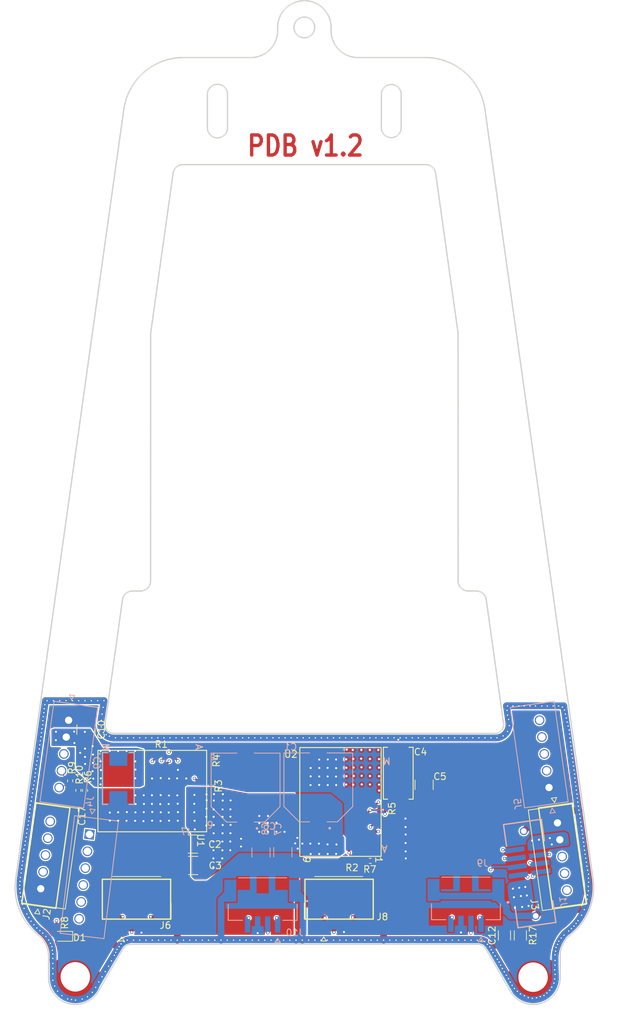
<source format=kicad_pcb>
(kicad_pcb (version 20240108) (generator "pcbnew") (generator_version "8.0")
  (layers (0 "F.Cu" signal) (1 "In1.Cu" power "VBAT.Cu") (2 "In2.Cu" signal "singal1.Cu") (3 "In3.Cu" signal "signal2.Cu") (4 "In4.Cu" power "+8V.Cu") (31 "B.Cu" signal) (34 "B.Paste" user) (35 "F.Paste" user) (36 "B.SilkS" user "B.Silkscreen") (37 "F.SilkS" user "F.Silkscreen") (38 "B.Mask" user) (39 "F.Mask" user) (44 "Edge.Cuts" user))
  (net 0 "")
  (net 1 "GND")
  (net 2 "VBAT")
  (net 3 "+8V")
  (net 4 "Net-(D1-A)")
  (net 5 "PWM2")
  (net 6 "CAN L1")
  (net 7 "PWM4")
  (net 8 "GND_FUSE")
  (net 9 "PWM3")
  (net 10 "PWM1")
  (net 11 "CAN H1")
  (net 12 "Detach")
  (net 13 "servo")
  (net 14 "Net-(U1B-RT)")
  (net 15 "/power/IOUTMON")
  (net 16 "Net-(C17-Pad1)")
  (net 17 "/power/PWR_RUN")
  (net 18 "Net-(U1B-FB)")
  (net 19 "Net-(U2B-RT)")
  (net 20 "Net-(U2B-CTRL2)")
  (net 21 "Net-(U2B-FB)")
  (net 23 "Net-(U1B-CTRL1)")
  (net 24 "/power/PWR_SS")
  (net 28 "GND_Shield")
  (net 29 "/power/SYNC")
  (footprint "Resistor_SMD:R_0402_1005Metric" (layer "F.Cu") (at 91.69 134.37 90)
    (property "Reference" "R6")
    (property "Value" "60R")
  )
  (footprint "Capacitor_SMD:C_1206_3216Metric" (layer "F.Cu") (at 156.79 156.04 90)
    (property "Reference" "R17")
    (property "Value" "2M")
  )
  (footprint "Resistor_SMD:R_0402_1005Metric" (layer "F.Cu") (at 90.69 134.36 -90)
    (property "Reference" "R10")
    (property "Value" "60R")
  )
  (footprint "1719710105:MOLEX_1719710105" (layer "F.Cu") (at 85.063374 149.059263 -98)
    (property "Reference" "J2")
    (property "Value" "1719710105")
  )
  (footprint "Resistor_SMD:R_0201_0603Metric" (layer "F.Cu") (at 110.42 130.04 90)
    (property "Reference" "R4")
    (property "Value" "2.87k")
  )
  (footprint "Capacitor_SMD:C_1210_3225Metric" (layer "F.Cu") (at 107.82 142.39 180)
    (property "Reference" "C2")
    (property "Value" "10u" (hide yes))
  )
  (footprint "Resistor_SMD:R_0402_1005Metric" (layer "F.Cu") (at 134.34 144.895)
    (property "Reference" "R7")
    (property "Value" "2.8k")
  )
  (footprint "Resistor_SMD:R_0201_0603Metric" (layer "F.Cu") (at 104.87 127.69 180)
    (property "Reference" "R1")
    (property "Value" "124k")
  )
  (footprint "9774120360R:WA-SMSI_9774120360" (layer "F.Cu") (at 90.23 162.23)
    (property "Reference" "MP1" (hide yes))
    (property "Value" "WA-SMSI_9774XXX360")
    (property "VALUE" "M3 x 12mm" (hide yes))
  )
  (footprint "Resistor_SMD:R_0201_0603Metric" (layer "F.Cu") (at 136.55 137.09 -90)
    (property "Reference" "R5")
    (property "Value" "124k")
  )
  (footprint "2132250430:MOLEX_2132250430" (layer "F.Cu") (at 129.63 150.94)
    (property "Reference" "J8")
    (property "Value" "2132250430")
  )
  (footprint "LTM8064IY_PBF:BGA108_16X11P9_ADI" (layer "F.Cu") (at 129.89 136.095 180)
    (property "Reference" "U2")
    (property "Value" "LTM8064IY#PBF")
  )
  (footprint "Capacitor_SMD:C_1206_3216Metric" (layer "F.Cu") (at 154.41 156.04 90)
    (property "Reference" "C12")
    (property "Value" "470pF")
  )
  (footprint "Capacitor_SMD:C_1210_3225Metric" (layer "F.Cu") (at 142.4 133.53 90)
    (property "Reference" "C5")
    (property "Value" "100uF")
  )
  (footprint "LTM8064IY_PBF:BGA108_16X11P9_ADI" (layer "F.Cu") (at 101.745 134.47 -90)
    (property "Reference" "U1")
    (property "Value" "LTM8064IY#PBF")
  )
  (footprint "Capacitor_SMD:C_1210_3225Metric" (layer "F.Cu") (at 107.85 145.59 180)
    (property "Reference" "C3")
    (property "Value" "10u" (hide yes))
  )
  (footprint "Resistor_SMD:R_0201_0603Metric" (layer "F.Cu") (at 87.42 154.66 90)
    (property "Reference" "R8")
    (property "Value" "100k")
  )
  (footprint "Resistor_SMD:R_0402_1005Metric" (layer "F.Cu") (at 89.45 132.94 90)
    (property "Reference" "R9")
    (property "Value" "120R")
  )
  (footprint "9774120360R:WA-SMSI_9774120360" (layer "F.Cu") (at 158.7 162.28)
    (property "Reference" "MP2" (hide yes))
    (property "Value" "WA-SMSI_9774XXX360")
    (property "VALUE" "M3 x 12mm" (hide yes))
  )
  (footprint "TRME157M016R0030:CAP_TRM-E-2917_AVX-L" (layer "F.Cu") (at 138.53 131.8 -90)
    (property "Reference" "C4")
    (property "Value" "150uF")
  )
  (footprint "Resistor_SMD:R_0402_1005Metric" (layer "F.Cu") (at 110.48 133.71 -90)
    (property "Reference" "R3")
    (property "Value" "374k")
  )
  (footprint "1719710105:MOLEX_1719710105" (layer "F.Cu") (at 162.340653 139.224363 98)
    (property "Reference" "J3")
    (property "Value" "1719710105" (hide yes))
  )
  (footprint "Capacitor_SMD:C_0201_0603Metric" (layer "F.Cu") (at 91.18 136.04 -90)
    (property "Reference" "C17")
    (property "Value" "100nF")
  )
  (footprint "Resistor_SMD:R_0201_0603Metric" (layer "F.Cu") (at 131.645 144.845 180)
    (property "Reference" "R2")
    (property "Value" "124k")
  )
  (footprint "Capacitor_SMD:C_1210_3225Metric" (layer "F.Cu") (at 91.83 125.29 -90)
    (property "Reference" "C10")
    (property "Value" "100uF")
  )
  (footprint "2132250430:MOLEX_2132250430" (layer "F.Cu") (at 99.41 150.94)
    (property "Reference" "J6")
    (property "Value" "2132250430")
  )
  (footprint "LED_SMD:LED_0603_1608Metric" (layer "F.Cu") (at 88.35 156.17 180)
    (property "Reference" "D1")
    (property "Value" "NCD0603C1")
  )
  (footprint "2132250430:MOLEX_2132250430" (layer "B.Cu") (at 148.65 151.04 180)
    (property "Reference" "J9")
    (property "Value" "2132250430")
  )
  (footprint "TFM-107-02-L-D-WT:SAMTEC_TFM-107-02-L-D-WT" (layer "B.Cu") (at 158.188059 146.788397 98)
    (property "Reference" "J1")
    (property "Value" "TFM-107-02-L-D-WT")
  )
  (footprint "Capacitor_SMD:C_1210_3225Metric" (layer "B.Cu") (at 121.27 143.605 -90)
    (property "Reference" "C7")
    (property "Value" "10u" (hide yes))
  )
  (footprint "1719710106:MOLEX_1719710106" (layer "B.Cu") (at 92.347741 140.944663 83)
    (property "Reference" "J7")
    (property "Value" "1719710106")
  )
  (footprint "100SXV15MX:CAP_100SXV15MX" (layer "B.Cu") (at 126.58 133.92 90)
    (property "Reference" "C1")
    (property "Value" "15uf")
  )
  (footprint "1719710105:MOLEX_1719710105" (layer "B.Cu") (at 89.229347 123.884363 82)
    (property "Reference" "J4")
    (property "Value" "1719710105")
  )
  (footprint "2132250430:MOLEX_2132250430" (layer "B.Cu") (at 118.25 151.13 180)
    (property "Reference" "J10")
    (property "Value" "2132250430")
  )
  (footprint "Capacitor_SMD:C_1210_3225Metric" (layer "B.Cu") (at 118 143.645 -90)
    (property "Reference" "C8")
    (property "Value" "10u" (hide yes))
  )
  (footprint "100SXV15MX:CAP_100SXV15MX" (layer "B.Cu") (at 115.7 133.95 90)
    (property "Reference" "C6")
    (property "Value" "15uf")
  )
  (footprint "TRME157M016R0030:CAP_TRM-E-2917_AVX-L" (layer "B.Cu") (at 96.66815 132.58 -90)
    (property "Reference" "C9")
    (property "Value" "150uF")
  )
  (footprint "1719710105:MOLEX_1719710105" (layer "B.Cu") (at 161.102372 133.977389 -82)
    (property "Reference" "J5")
    (property "Value" "1719710105")
  )
  (gr_arc (start 150.487176 156.643663) (mid 151.481871 156.908493) (end 152.213086 157.632977) (stroke (width 1)) (layer "F.Cu") (net 28))
  (gr_arc (start 85.356758 155.659009) (mid 82.595946 151.983831) (end 82.036074 147.421424) (stroke (width 1)) (layer "F.Cu") (net 28))
  (gr_line (start 96.006479 126.54) (end 153.092334 126.530389) (stroke (width 1)) (layer "F.Cu") (net 28))
  (gr_line (start 150.487176 156.643663) (end 98.555451 156.645549) (stroke (width 1)) (layer "F.Cu") (net 28))
  (gr_line (start 82.036074 147.421424) (end 85.77 120.96) (stroke (width 1)) (layer "F.Cu") (net 28))
  (gr_arc (start 96.843699 157.613621) (mid 97.572375 156.904669) (end 98.555451 156.645549) (stroke (width 1)) (layer "F.Cu") (net 28))
  (gr_line (start 86.98 161.09) (end 87.03 162.1) (stroke (width 1)) (layer "F.Cu") (net 28))
  (gr_line (start 86.890109 159.652792) (end 86.98 161.09) (stroke (width 1)) (layer "F.Cu") (net 28))
  (gr_line (start 154.71 121.73) (end 155.071648 124.245814) (stroke (width 1)) (layer "F.Cu") (net 28))
  (gr_arc (start 96.006479 126.54) (mid 94.48986 125.843789) (end 94.029127 124.239866) (stroke (width 1)) (layer "F.Cu") (net 28))
  (gr_line (start 96.843699 157.613621) (end 92.7763 164.366378) (stroke (width 1)) (layer "F.Cu") (net 28))
  (gr_arc (start 166.99 147.62) (mid 166.386891 152.177122) (end 163.47 155.73) (stroke (width 1)) (layer "F.Cu") (net 28))
  (gr_arc (start 155.071648 124.245814) (mid 154.603589 125.840004) (end 153.092334 126.530389) (stroke (width 1)) (layer "F.Cu") (net 28))
  (gr_line (start 156.03 164.08) (end 152.213086 157.632977) (stroke (width 1)) (layer "F.Cu") (net 28))
  (gr_line (start 85.77 120.96) (end 94.52 120.96) (stroke (width 1)) (layer "F.Cu") (net 28))
  (gr_line (start 163.28 121.74) (end 166.99 147.62) (stroke (width 1)) (layer "F.Cu") (net 28))
  (gr_line (start 154.71 121.73) (end 163.28 121.74) (stroke (width 1)) (layer "F.Cu") (net 28))
  (gr_line (start 161.98 159.685) (end 161.87 162.68) (stroke (width 1)) (layer "F.Cu") (net 28))
  (gr_arc (start 161.98 159.685) (mid 162.346807 157.56502) (end 163.47 155.73) (stroke (width 1)) (layer "F.Cu") (net 28))
  (gr_line (start 94.53 120.94) (end 94.029127 124.239866) (stroke (width 1)) (layer "F.Cu") (net 28))
  (gr_arc (start 85.356757 155.65901) (mid 86.599297 157.4732) (end 86.890109 159.652792) (stroke (width 1)) (layer "F.Cu") (net 28))
  (gr_line (start 93.4 163.44) (end 96.65 157.9) (stroke (width 1)) (layer "B.Cu") (net 28))
  (gr_line (start 161.98 159.685) (end 162.055153 162.502228) (stroke (width 1)) (layer "B.Cu") (net 28))
  (gr_line (start 98.54 156.62) (end 99.09 156.67) (stroke (width 1)) (layer "B.Cu") (net 28))
  (gr_arc (start 166.830325 147.503099) (mid 166.470451 151.932711) (end 163.78 155.47) (stroke (width 1)) (layer "B.Cu") (net 28))
  (gr_line (start 96.006479 126.54) (end 153.092334 126.530389) (stroke (width 1)) (layer "B.Cu") (net 28))
  (gr_arc (start 84.850109 155.207792) (mid 82.489235 151.693452) (end 82.021431 147.485665) (stroke (width 1)) (layer "B.Cu") (net 28))
  (gr_line (start 151.96 157.37) (end 152.47 158.12) (stroke (width 1)) (layer "B.Cu") (net 28))
  (gr_arc (start 155.071648 124.245814) (mid 154.603594 125.840009) (end 153.092334 126.530389) (stroke (width 1)) (layer "B.Cu") (net 28))
  (gr_line (start 152.47 158.12) (end 156.13 164.42) (stroke (width 1)) (layer "B.Cu") (net 28))
  (gr_arc (start 162.055153 162.502228) (mid 159.748725 165.488353) (end 156.13 164.42) (stroke (width 1)) (layer "B.Cu") (net 28))
  (gr_line (start 99.09 156.67) (end 150.72 156.69) (stroke (width 1)) (layer "B.Cu") (net 28))
  (gr_line (start 94.53 120.94) (end 94.029127 124.239866) (stroke (width 1)) (layer "B.Cu") (net 28))
  (gr_arc (start 84.850109 155.207792) (mid 86.31 156.65) (end 86.900369 158.615378) (stroke (width 1)) (layer "B.Cu") (net 28))
  (gr_arc (start 161.98 159.685) (mid 162.40161 157.373203) (end 163.78 155.47) (stroke (width 1)) (layer "B.Cu") (net 28))
  (gr_line (start 154.7178 121.7131) (end 155.079448 124.228914) (stroke (width 1)) (layer "B.Cu") (net 28))
  (gr_line (start 163.28 121.73) (end 166.830325 147.503099) (stroke (width 1)) (layer "B.Cu") (net 28))
  (gr_arc (start 96.006479 126.54) (mid 94.489871 125.843779) (end 94.029127 124.239866) (stroke (width 1)) (layer "B.Cu") (net 28))
  (gr_line (start 97.07 157.3) (end 97.65 156.91) (stroke (width 1)) (layer "B.Cu") (net 28))
  (gr_line (start 85.77 120.96) (end 94.52 120.96) (stroke (width 1)) (layer "B.Cu") (net 28))
  (gr_line (start 82.021431 147.485665) (end 85.76 120.95) (stroke (width 1)) (layer "B.Cu") (net 28))
  (gr_line (start 154.7178 121.7131) (end 163.2878 121.7231) (stroke (width 1)) (layer "B.Cu") (net 28))
  (gr_line (start 151.46 156.95) (end 151.96 157.37) (stroke (width 1)) (layer "B.Cu") (net 28))
  (gr_line (start 86.933678 162.13458) (end 86.922575 158.615378) (stroke (width 1)) (layer "B.Cu") (net 28))
  (gr_line (start 96.65 157.9) (end 97.07 157.3) (stroke (width 1)) (layer "B.Cu") (net 28))
  (gr_line (start 97.65 156.91) (end 98.54 156.62) (stroke (width 1)) (layer "B.Cu") (net 28))
  (gr_line (start 150.72 156.69) (end 151.46 156.95) (stroke (width 1)) (layer "B.Cu") (net 28))
  (gr_arc (start 93.4 163.44) (mid 89.599824 165.596157) (end 86.933678 162.13458) (stroke (width 1)) (layer "B.Cu") (net 28))
  (gr_line (start 87.325373 151.992688) (end 89.435237 136.980225) (stroke (width 0.2)) (layer "F.SilkS"))
  (gr_line (start 161.622704 151.996932) (end 159.51284 136.984468) (stroke (width 0.2)) (layer "F.SilkS"))
  (gr_line (start 124.580707 153.6) (end 124.580707 147.65) (stroke (width 0.2)) (layer "F.SilkS"))
  (gr_line (start 104.489136 153.6) (end 104.489136 147.65) (stroke (width 0.2)) (layer "F.SilkS"))
  (gr_line (start 94.274499 153.6) (end 94.274499 147.65) (stroke (width 0.2)) (layer "F.SilkS"))
  (gr_line (start 104.489136 153.6) (end 94.274499 153.6) (stroke (width 0.2)) (layer "F.SilkS"))
  (gr_line (start 166.703266 151.282906) (end 161.622704 151.996932) (stroke (width 0.2)) (layer "F.SilkS"))
  (gr_line (start 134.789136 153.6) (end 124.580707 153.6) (stroke (width 0.2)) (layer "F.SilkS"))
  (gr_line (start 82.229233 151.276473) (end 84.339097 136.264009) (stroke (width 0.2)) (layer "F.SilkS"))
  (gr_line (start 104.489136 147.65) (end 94.274499 147.65) (stroke (width 0.2)) (layer "F.SilkS"))
  (gr_line (start 164.593402 136.270442) (end 159.51284 136.984468) (stroke (width 0.2)) (layer "F.SilkS"))
  (gr_line (start 89.435237 136.980225) (end 84.339097 136.264009) (stroke (width 0.2)) (layer "F.SilkS"))
  (gr_line (start 166.703266 151.282906) (end 164.593402 136.270442) (stroke (width 0.2)) (layer "F.SilkS"))
  (gr_line (start 134.789136 153.6) (end 134.789136 147.65) (stroke (width 0.2)) (layer "F.SilkS"))
  (gr_line (start 87.325373 151.992688) (end 82.229233 151.276473) (stroke (width 0.2)) (layer "F.SilkS"))
  (gr_line (start 134.789136 147.65) (end 124.580707 147.65) (stroke (width 0.2)) (layer "F.SilkS"))
  (gr_arc (start 109.986733 30.35) (mid 111.489136 28.847597) (end 112.991539 30.35) (stroke (width 0.2)) (layer "Edge.Cuts"))
  (gr_circle (center 124.489136 20.35) (end 122.939136 20.35) (stroke (width 0.2)) (fill none) (layer "Edge.Cuts"))
  (gr_line (start 147.474538 66.016131) (end 144.119141 42.141242) (stroke (width 0.2)) (layer "Edge.Cuts"))
  (gr_arc (start 104.859132 42.14124) (mid 105.360446 41.217934) (end 106.344536 40.85) (stroke (width 0.2)) (layer "Edge.Cuts"))
  (gr_arc (start 84.697616 155.944043) (mid 81.897795 152.237249) (end 81.319363 147.628047) (stroke (width 0.2)) (layer "Edge.Cuts"))
  (gr_arc (start 120.489136 20.35) (mid 124.489136 16.35) (end 128.489136 20.35) (stroke (width 0.2)) (layer "Edge.Cuts"))
  (gr_arc (start 120.489136 20.85) (mid 119.317563 23.678427) (end 116.489136 24.85) (stroke (width 0.2)) (layer "Edge.Cuts"))
  (gr_line (start 154.274375 124.35) (end 151.690691 105.861241) (stroke (width 0.2)) (layer "Edge.Cuts"))
  (gr_arc (start 132.489136 24.85) (mid 129.660709 23.678427) (end 128.489136 20.85) (stroke (width 0.2)) (layer "Edge.Cuts"))
  (gr_line (start 116.489136 24.85) (end 106.398276 24.85) (stroke (width 0.2)) (layer "Edge.Cuts"))
  (gr_line (start 120.489136 20.35) (end 120.489136 20.85) (stroke (width 0.2)) (layer "Edge.Cuts"))
  (gr_arc (start 148.989137 104.57) (mid 147.928685 104.130869) (end 147.489136 103.07059) (stroke (width 0.2)) (layer "Edge.Cuts"))
  (gr_arc (start 136.006878 30.35) (mid 137.489136 28.867742) (end 138.971394 30.35) (stroke (width 0.2)) (layer "Edge.Cuts"))
  (gr_line (start 147.489136 103.07059) (end 147.474538 66.016131) (stroke (width 0.2)) (layer "Edge.Cuts"))
  (gr_circle (center 137.489136 32.85) (end 137.479136 32.85) (stroke (width 0.0001)) (fill solid) (layer "Edge.Cuts"))
  (gr_arc (start 150.370614 157.35) (mid 151.120616 157.550962) (end 151.669655 158.100002) (stroke (width 0.2)) (layer "Edge.Cuts"))
  (gr_arc (start 97.287575 105.861284) (mid 97.788604 104.937635) (end 98.772983 104.57) (stroke (width 0.2)) (layer "Edge.Cuts"))
  (gr_line (start 98.607657 157.35) (end 150.370614 157.35) (stroke (width 0.2)) (layer "Edge.Cuts"))
  (gr_line (start 101.503734 66.016131) (end 104.859131 42.14124) (stroke (width 0.2)) (layer "Edge.Cuts"))
  (gr_line (start 94.703897 124.35) (end 97.287575 105.861284) (stroke (width 0.2)) (layer "Edge.Cuts"))
  (gr_line (start 98.772983 104.57) (end 99.989136 104.57) (stroke (width 0.2)) (layer "Edge.Cuts"))
  (gr_arc (start 101.489136 103.070591) (mid 101.049587 104.130869) (end 99.989136 104.57) (stroke (width 0.2)) (layer "Edge.Cuts"))
  (gr_line (start 109.986733 35.35) (end 109.986733 30.35) (stroke (width 0.2)) (layer "Edge.Cuts"))
  (gr_arc (start 97.485861 32.597442) (mid 100.493743 27.057612) (end 106.398276 24.85) (stroke (width 0.2)) (layer "Edge.Cuts"))
  (gr_arc (start 97.308613 158.100009) (mid 97.857656 157.550973) (end 98.607657 157.35) (stroke (width 0.2)) (layer "Edge.Cuts"))
  (gr_arc (start 150.20646 104.57) (mid 151.190107 104.937989) (end 151.690691 105.861241) (stroke (width 0.2)) (layer "Edge.Cuts"))
  (gr_line (start 86.236078 159.109961) (end 86.236078 162.35) (stroke (width 0.2)) (layer "Edge.Cuts"))
  (gr_line (start 162.742194 162.35) (end 162.742194 159.096951) (stroke (width 0.2)) (layer "Edge.Cuts"))
  (gr_arc (start 112.991539 35.35) (mid 111.489136 36.852403) (end 109.986733 35.35) (stroke (width 0.2)) (layer "Edge.Cuts"))
  (gr_arc (start 84.697616 155.944043) (mid 85.833806 157.348682) (end 86.236078 159.109961) (stroke (width 0.2)) (layer "Edge.Cuts"))
  (gr_arc (start 167.654607 147.597443) (mid 167.086257 152.222926) (end 164.280656 155.944043) (stroke (width 0.2)) (layer "Edge.Cuts"))
  (gr_line (start 142.633738 40.85) (end 106.344536 40.85) (stroke (width 0.2)) (layer "Edge.Cuts"))
  (gr_arc (start 95.835972 125.85) (mid 94.959285 125.334452) (end 94.703897 124.35) (stroke (width 0.2)) (layer "Edge.Cuts"))
  (gr_line (start 151.669655 158.100002) (end 155.278093 164.35) (stroke (width 0.2)) (layer "Edge.Cuts"))
  (gr_arc (start 138.971394 35.35) (mid 137.489136 36.832258) (end 136.006878 35.35) (stroke (width 0.2)) (layer "Edge.Cuts"))
  (gr_arc (start 142.633738 40.85) (mid 143.617827 41.217936) (end 144.119141 42.141242) (stroke (width 0.2)) (layer "Edge.Cuts"))
  (gr_line (start 136.006878 35.35) (end 136.006878 30.35) (stroke (width 0.2)) (layer "Edge.Cuts"))
  (gr_arc (start 142.58 24.85) (mid 148.48453 27.057613) (end 151.492411 32.59744) (stroke (width 0.2)) (layer "Edge.Cuts"))
  (gr_line (start 101.489136 103.070591) (end 101.503734 66.016131) (stroke (width 0.2)) (layer "Edge.Cuts"))
  (gr_line (start 128.489136 20.85) (end 128.489136 20.35) (stroke (width 0.2)) (layer "Edge.Cuts"))
  (gr_line (start 150.20646 104.57) (end 148.989137 104.57) (stroke (width 0.2)) (layer "Edge.Cuts"))
  (gr_line (start 97.485861 32.597442) (end 81.319363 147.628047) (stroke (width 0.2)) (layer "Edge.Cuts"))
  (gr_line (start 112.991539 35.35) (end 112.991539 30.35) (stroke (width 0.2)) (layer "Edge.Cuts"))
  (gr_arc (start 154.274375 124.35) (mid 153.897945 125.47357) (end 152.774376 125.85) (stroke (width 0.2)) (layer "Edge.Cuts"))
  (gr_line (start 93.700179 164.350001) (end 97.308613 158.100009) (stroke (width 0.2)) (layer "Edge.Cuts"))
  (gr_arc (start 93.700179 164.350001) (mid 89.200799 166.213705) (end 86.236075 162.35) (stroke (width 0.2)) (layer "Edge.Cuts"))
  (gr_line (start 142.58 24.85) (end 132.489136 24.85) (stroke (width 0.2)) (layer "Edge.Cuts"))
  (gr_line (start 152.774376 125.85) (end 95.835972 125.85) (stroke (width 0.2)) (layer "Edge.Cuts"))
  (gr_arc (start 162.742194 159.096951) (mid 163.147326 157.342835) (end 164.280656 155.944043) (stroke (width 0.2)) (layer "Edge.Cuts"))
  (gr_line (start 138.971394 35.35) (end 138.971394 30.35) (stroke (width 0.2)) (layer "Edge.Cuts"))
  (gr_line (start 167.654607 147.597443) (end 151.492411 32.59744) (stroke (width 0.2)) (layer "Edge.Cuts"))
  (gr_arc (start 162.742194 162.35) (mid 159.77747 166.213703) (end 155.278093 164.35) (stroke (width 0.2)) (layer "Edge.Cuts"))
  (gr_circle (center 111.489136 32.85) (end 111.479136 32.85) (stroke (width 0.0001)) (fill solid) (layer "Edge.Cuts"))
  (gr_text "PDB v1.2\n\n" (at 115.69 44.64 0) (layer "F.Cu") (effects (font (size 3 2.5) (thickness 0.5) (bold yes)) (justify left bottom)))
  (gr_text "A" (at 108.73 127.8787 -90) (layer "F.SilkS") (effects (font (size 1 1))))
  (segment (start 100.16 154.21) (end 100.16 155.58) (width 0.5) (layer "F.Cu") (net 1))
  (segment (start 100.16 155.58) (end 100.12 155.62) (width 0.5) (layer "F.Cu") (net 1))
  (segment (start 130.38 154.21) (end 130.38 155.5) (width 0.5) (layer "F.Cu") (net 1))
  (segment (start 130.38 155.5) (end 130.41 155.53) (width 0.5) (layer "F.Cu") (net 1))
  (segment (start 134.66 144.74) (end 134.66 143.34) (width 0.3) (layer "F.Cu") (net 1))
  (segment (start 109.06 129.72) (end 108.73 129.39) (width 0.3) (layer "F.Cu") (net 1))
  (segment (start 110.42 129.72) (end 109.06 129.72) (width 0.3) (layer "F.Cu") (net 1))
  (segment (start 134.66 143.34) (end 134.97 143.03) (width 0.3) (layer "F.Cu") (net 1))
  (via (at 127.98 129.74) (size 0.5) (drill 0.3) (layers "F.Cu" "B.Cu") (net 1))
  (via (at 104.2 137.67) (size 0.5) (drill 0.3) (layers "F.Cu" "B.Cu") (net 1))
  (via (at 139.63 142.23) (size 0.5) (drill 0.3) (layers "F.Cu" "B.Cu") (net 1))
  (via (at 127.96 131) (size 0.5) (drill 0.3) (layers "F.Cu" "B.Cu") (net 1))
  (via (at 105.55 136.36) (size 0.5) (drill 0.3) (layers "F.Cu" "B.Cu") (net 1))
  (via (at 126.71 129.76) (size 0.5) (drill 0.3) (layers "F.Cu" "B.Cu") (net 1))
  (via (at 126.73 131.02) (size 0.5) (drill 0.3) (layers "F.Cu" "B.Cu") (net 1))
  (via (at 103.01 137.64) (size 0.5) (drill 0.3) (layers "F.Cu" "B.Cu") (net 1))
  (via (at 125.43 131.02) (size 0.5) (drill 0.3) (layers "F.Cu" "B.Cu") (net 1))
  (via (at 130.41 155.53) (size 0.5) (drill 0.3) (layers "F.Cu" "B.Cu") (net 1))
  (via (at 104.26 138.89) (size 0.5) (drill 0.3) (layers "F.Cu" "B.Cu") (net 1))
  (via (at 139.62 139.84) (size 0.5) (drill 0.3) (layers "F.Cu" "B.Cu") (net 1))
  (via (at 100.47 137.62) (size 0.5) (drill 0.3) (layers "F.Cu" "B.Cu") (net 1))
  (via (at 105.56 138.9) (size 0.5) (drill 0.3) (layers "F.Cu" "B.Cu") (net 1))
  (via (at 125.41 133.57) (size 0.5) (drill 0.3) (layers "F.Cu" "B.Cu") (net 1))
  (via (at 102.94 136.42) (size 0.5) (drill 0.3) (layers "F.Cu" "B.Cu") (net 1))
  (via (at 105.46 132.57) (size 0.5) (drill 0.3) (layers "F.Cu" "B.Cu") (net 1))
  (via (at 101.72 138.89) (size 0.5) (drill 0.3) (layers "F.Cu" "B.Cu") (net 1))
  (via (at 105.49 135.11) (size 0.5) (drill 0.3) (layers "F.Cu" "B.Cu") (net 1))
  (via (at 100.42 138.96) (size 0.5) (drill 0.3) (layers "F.Cu" "B.Cu") (net 1))
  (via (at 104.19 136.4) (size 0.5) (drill 0.3) (layers "F.Cu" "B.Cu") (net 1))
  (via (at 103 132.53) (size 0.5) (drill 0.3) (layers "F.Cu" "B.Cu") (net 1))
  (via (at 129.23 132.3) (size 0.5) (drill 0.3) (layers "F.Cu" "B.Cu") (net 1))
  (via (at 139.61 138.58) (size 0.5) (drill 0.3) (layers "F.Cu" "B.Cu") (net 1))
  (via (at 100.12 155.62) (size 0.5) (drill 0.3) (layers "F.Cu" "B.Cu") (net 1))
  (via (at 97.94 137.61) (size 0.5) (drill 0.3) (layers "F.Cu" "B.Cu") (net 1))
  (via (at 101.69 135.1) (size 0.5) (drill 0.3) (layers "F.Cu" "B.Cu") (net 1))
  (via (at 102.98 138.94) (size 0.5) (drill 0.3) (layers "F.Cu" "B.Cu") (net 1))
  (via (at 96.64 137.64) (size 0.5) (drill 0.3) (layers "F.Cu" "B.Cu") (net 1))
  (via (at 129.24 131.04) (size 0.5) (drill 0.3) (layers "F.Cu" "B.Cu") (net 1))
  (via (at 117.509999 155.694861) (size 0.5) (drill 0.3) (layers "F.Cu" "B.Cu") (net 1))
  (via (at 95.4 138.89) (size 0.5) (drill 0.3) (layers "F.Cu" "B.Cu") (net 1))
  (via (at 125.43 132.27) (size 0.5) (drill 0.3) (layers "F.Cu" "B.Cu") (net 1))
  (via (at 95.39 137.68) (size 0.5) (drill 0.3) (layers "F.Cu" "B.Cu") (net 1))
  (via (at 99.2 135.1) (size 0.5) (drill 0.3) (layers "F.Cu" "B.Cu") (net 1))
  (via (at 101.74 137.59) (size 0.5) (drill 0.3) (layers "F.Cu" "B.Cu") (net 1))
  (via (at 101.71 132.59) (size 0.5) (drill 0.3) (layers "F.Cu" "B.Cu") (net 1))
  (via (at 139.66 144.54) (size 0.5) (drill 0.3) (layers "F.Cu" "B.Cu") (net 1))
  (via (at 126.7 133.55) (size 0.5) (drill 0.3) (layers "F.Cu" "B.Cu") (net 1))
  (via (at 106.83 132.59) (size 0.5) (drill 0.3) (layers "F.Cu" "B.Cu") (net 1))
  (via (at 104.26 132.6) (size 0.5) (drill 0.3) (layers "F.Cu" "B.Cu") (net 1))
  (via (at 97.89 138.9) (size 0.5) (drill 0.3) (layers "F.Cu" "B.Cu") (net 1))
  (via (at 127.98 133.57) (size 0.5) (drill 0.3) (layers "F.Cu" "B.Cu") (net 1))
  (via (at 99.18 138.91) (size 0.5) (drill 0.3) (layers "F.Cu" "B.Cu") (net 1))
  (via (at 100.5 136.39) (size 0.5) (drill 0.3) (layers "F.Cu" "B.Cu") (net 1))
  (via (at 129.24 129.75) (size 0.5) (drill 0.3) (layers "F.Cu" "B.Cu") (net 1))
  (via (at 105.58 131.3) (size 0.5) (drill 0.3) (layers "F.Cu" "B.Cu") (net 1))
  (via (at 99.22 137.65) (size 0.5) (drill 0.3) (layers "F.Cu" "B.Cu") (net 1))
  (via (at 126.71 132.29) (size 0.5) (drill 0.3) (layers "F.Cu" "B.Cu") (net 1))
  (via (at 105.58 137.62) (size 0.5) (drill 0.3) (layers "F.Cu" "B.Cu") (net 1))
  (via (at 129.25 133.57) (size 0.5) (drill 0.3) (layers "F.Cu" "B.Cu") (net 1))
  (via (at 127.96 132.29) (size 0.5) (drill 0.3) (layers "F.Cu" "B.Cu") (net 1))
  (via (at 99.25 136.41) (size 0.5) (drill 0.3) (layers "F.Cu" "B.Cu") (net 1))
  (via (at 147.91 155.6) (size 0.5) (drill 0.3) (layers "F.Cu" "B.Cu") (net 1))
  (via (at 96.64 138.89) (size 0.5) (drill 0.3) (layers "F.Cu" "B.Cu") (net 1))
  (via (at 139.64 143.49) (size 0.5) (drill 0.3) (layers "F.Cu" "B.Cu") (net 1))
  (via (at 100.46 135.1) (size 0.5) (drill 0.3) (layers "F.Cu" "B.Cu") (net 1))
  (via (at 104.23 135.13) (size 0.5) (drill 0.3) (layers "F.Cu" "B.Cu") (net 1))
  (via (at 101.69 136.38) (size 0.5) (drill 0.3) (layers "F.Cu" "B.Cu") (net 1))
  (via (at 139.64 140.96) (size 0.5) (drill 0.3) (layers "F.Cu" "B.Cu") (net 1))
  (via (at 103 135.08) (size 0.5) (drill 0.3) (layers "F.Cu" "B.Cu") (net 1))
  (segment (start 117.5 154.4) (end 117.5 155.684862) (width 0.5) (layer "B.Cu") (net 1))
  (segment (start 147.9 155.59) (end 147.91 155.6) (width 0.5) (layer "B.Cu") (net 1))
  (segment (start 117.5 155.684862) (end 117.509999 155.694861) (width 0.5) (layer "B.Cu") (net 1))
  (segment (start 147.9 154.31) (end 147.9 155.59) (width 0.5) (layer "B.Cu") (net 1))
  (segment (start 128.88 154.21) (end 128.88 155.56) (width 0.5) (layer "F.Cu") (net 2))
  (segment (start 98.66 155.55) (end 98.65 155.56) (width 0.5) (layer "F.Cu") (net 2))
  (segment (start 128.88 155.56) (end 128.9 155.58) (width 0.5) (layer "F.Cu") (net 2))
  (segment (start 98.66 154.21) (end 98.66 155.55) (width 0.5) (layer "F.Cu") (net 2))
  (via (at 112.23 142.01) (size 0.5) (drill 0.3) (layers "F.Cu" "B.Cu") (net 2))
  (via (at 155.83 150.34) (size 0.5) (drill 0.3) (layers "F.Cu" "B.Cu") (net 2))
  (via (at 123.44 141.46) (size 0.5) (drill 0.3) (layers "F.Cu" "B.Cu") (net 2))
  (via (at 112.21 144.53) (size 0.5) (drill 0.3) (layers "F.Cu" "B.Cu") (net 2))
  (via (at 108.02 137.64) (size 0.5) (drill 0.3) (layers "F.Cu" "B.Cu") (net 2))
  (via (at 115.02 142.75) (size 0.5) (drill 0.3) (layers "F.Cu" "B.Cu") (net 2))
  (via (at 112.25 137.21) (size 0.5) (drill 0.3) (layers "F.Cu" "B.Cu") (net 2))
  (via (at 157.53 148.8) (size 0.5) (drill 0.3) (layers "F.Cu" "B.Cu") (net 2))
  (via (at 112.23 143.32) (size 0.5) (drill 0.3) (layers "F.Cu" "B.Cu") (net 2))
  (via (at 119.04 138.19) (size 0.5) (drill 0.3) (layers "F.Cu" "B.Cu") (net 2))
  (via (at 158.02 151.64) (size 0.5) (drill 0.3) (layers "F.Cu" "B.Cu") (net 2))
  (via (at 123.49 143.07) (size 0.5) (drill 0.3) (layers "F.Cu" "B.Cu") (net 2))
  (via (at 120.31 139.2) (size 0.5) (drill 0.3) (layers "F.Cu" "B.Cu") (net 2))
  (via (at 120.31 140.54) (size 0.5) (drill 0.3) (layers "F.Cu" "B.Cu") (net 2))
  (via (at 117.75 138.19) (size 0.5) (drill 0.3) (layers "F.Cu" "B.Cu") (net 2))
  (via (at 156.62 148.91) (size 0.5) (drill 0.3) (layers "F.Cu" "B.Cu") (net 2))
  (via (at 155.98 151.91) (size 0.5) (drill 0.3) (layers "F.Cu" "B.Cu") (net 2))
  (via (at 124.19 142.32) (size 0.5) (drill 0.3) (layers "F.Cu" "B.Cu") (net 2))
  (via (at 119.02 139.23) (size 0.5) (drill 0.3) (layers "F.Cu" "B.Cu") (net 2))
  (via (at 113.43 138.3) (size 0.5) (drill 0.3) (layers "F.Cu" "B.Cu") (net 2))
  (via (at 117.75 139.27) (size 0.5) (drill 0.3) (layers "F.Cu" "B.Cu") (net 2))
  (via (at 110.88 144.53) (size 0.5) (drill 0.3) (layers "F.Cu" "B.Cu") (net 2))
  (via (at 112.25 140.78) (size 0.5) (drill 0.3) (layers "F.Cu" "B.Cu") (net 2))
  (via (at 110.92 137.21) (size 0.5) (drill 0.3) (layers "F.Cu" "B.Cu") (net 2))
  (via (at 108.1 140.19) (size 0.5) (drill 0.3) (layers "F.Cu" "B.Cu") (net 2))
  (via (at 110.9 142.01) (size 0.5) (drill 0.3) (layers "F.Cu" "B.Cu") (net 2))
  (via (at 112.3 134.94) (size 0.5) (drill 0.3) (layers "F.Cu" "B.Cu") (net 2))
  (via (at 157.06 151.79) (size 0.5) (drill 0.3) (layers "F.Cu" "B.Cu") (net 2))
  (via (at 109.85 137.08) (size 0.5) (drill 0.3) (layers "F.Cu" "B.Cu") (net 2))
  (via (at 126.66 142.32) (size 0.5) (drill 0.3) (layers "F.Cu" "B.Cu") (net 2))
  (via (at 110.9 143.32) (size 0.5) (drill 0.3) (layers "F.Cu" "B.Cu") (net 2))
  (via (at 113.41 143.31) (size 0.5) (drill 0.3) (layers "F.Cu" "B.Cu") (net 2))
  (via (at 149.39 155.67) (size 0.5) (drill 0.3) (layers "F.Cu" "B.Cu") (net 2))
  (via (at 155.67 149.05) (size 0.5) (drill 0.3) (layers "F.Cu" "B.Cu") (net 2))
  (via (at 126.71 143.87) (size 0.5) (drill 0.3) (layers "F.Cu" "B.Cu") (net 2))
  (via (at 108.02 136.37) (size 0.5) (drill 0.3) (layers "F.Cu" "B.Cu") (net 2))
  (via (at 108.07 138.9) (size 0.5) (drill 0.3) (layers "F.Cu" "B.Cu") (net 2))
  (via (at 113.43 137.2) (size 0.5) (drill 0.3) (layers "F.Cu" "B.Cu") (net 2))
  (via (at 113.45 139.53) (size 0.5) (drill 0.3) (layers "F.Cu" "B.Cu") (net 2))
  (via (at 110.92 140.78) (size 0.5) (drill 0.3) (layers "F.Cu" "B.Cu") (net 2))
  (via (at 112.25 138.31) (size 0.5) (drill 0.3) (layers "F.Cu" "B.Cu") (net 2))
  (via (at 110.94 135.88) (size 0.5) (drill 0.3) (layers "F.Cu" "B.Cu") (net 2))
  (via (at 125.38 142.32) (size 0.5) (drill 0.3) (layers "F.Cu" "B.Cu") (net 2))
  (via (at 112.27 135.88) (size 0.5) (drill 0.3) (layers "F.Cu" "B.Cu") (net 2))
  (via (at 119.02 140.56) (size 0.5) (drill 0.3) (layers "F.Cu" "B.Cu") (net 2))
  (via (at 119.02 155.63) (size 0.5) (drill 0.3) (layers "F.Cu" "B.Cu") (net 2))
  (via (at 127.95 142.44) (size 0.5) (drill 0.3) (layers "F.Cu" "B.Cu") (net 2))
  (via (at 157.76 150.07) (size 0.5) (drill 0.3) (layers "F.Cu" "B.Cu") (net 2))
  (via (at 156.87 150.16) (size 0.5) (drill 0.3) (layers "F.Cu" "B.Cu") (net 2))
  (via (at 108.04 135.04) (size 0.5) (drill 0.3) (layers "F.Cu" "B.Cu") (net 2))
  (via (at 121.52 140.56) (size 0.5) (drill 0.3) (layers "F.Cu" "B.Cu") (net 2))
  (via (at 125.43 143.87) (size 0.5) (drill 0.3) (layers "F.Cu" "B.Cu") (net 2))
  (via (at 98.65 155.56) (size 0.5) (drill 0.3) (layers "F.Cu" "B.Cu") (net 2))
  (via (at 129.24 143.86) (size 0.5) (drill 0.3) (layers "F.Cu" "B.Cu") (net 2))
  (via (at 112.27 139.54) (size 0.5) (drill 0.3) (layers "F.Cu" "B.Cu") (net 2))
  (via (at 129.29 142.45) (size 0.5) (drill 0.3) (layers "F.Cu" "B.Cu") (net 2))
  (via (at 110.94 139.54) (size 0.5) (drill 0.3) (layers "F.Cu" "B.Cu") (net 2))
  (via (at 128.9 155.58) (size 0.5) (drill 0.3) (layers "F.Cu" "B.Cu") (net 2))
  (via (at 109.83 139.62) (size 0.5) (drill 0.3) (layers "F.Cu" "B.Cu") (net 2))
  (via (at 109.85 134.96) (size 0.5) (drill 0.3) (layers "F.Cu" "B.Cu") (net 2))
  (via (at 117.73 140.56) (size 0.5) (drill 0.3) (layers "F.Cu" "B.Cu") (net 2))
  (via (at 113.41 142) (size 0.5) (drill 0.3) (layers "F.Cu" "B.Cu") (net 2))
  (via (at 110.92 138.31) (size 0.5) (drill 0.3) (layers "F.Cu" "B.Cu") (net 2))
  (via (at 113.45 135.87) (size 0.5) (drill 0.3) (layers "F.Cu" "B.Cu") (net 2))
  (via (at 113.43 140.77) (size 0.5) (drill 0.3) (layers "F.Cu" "B.Cu") (net 2))
  (via (at 110.88 145.84) (size 0.5) (drill 0.3) (layers "F.Cu" "B.Cu") (net 2))
  (via (at 109.83 138.31) (size 0.5) (drill 0.3) (layers "F.Cu" "B.Cu") (net 2))
  (via (at 110.97 134.92) (size 0.5) (drill 0.3) (layers "F.Cu" "B.Cu") (net 2))
  (via (at 109.87 135.84) (size 0.5) (drill 0.3) (layers "F.Cu" "B.Cu") (net 2))
  (via (at 115.02 141.59) (size 0.5) (drill 0.3) (layers "F.Cu" "B.Cu") (net 2))
  (via (at 123.12 142.29) (size 0.5) (drill 0.3) (layers "F.Cu" "B.Cu") (net 2))
  (via (at 127.97 143.87) (size 0.5) (drill 0.3) (layers "F.Cu" "B.Cu") (net 2))
  (segment (start 149.4 155.66) (end 149.39 155.67) (width 0.5) (layer "B.Cu") (net 2))
  (segment (start 119 155.61) (end 119.02 155.63) (width 0.5) (layer "B.Cu") (net 2))
  (segment (start 119 154.4) (end 119 155.61) (width 0.5) (layer "B.Cu") (net 2))
  (segment (start 149.4 154.31) (end 149.4 155.66) (width 0.5) (layer "B.Cu") (net 2))
  (segment (start 87.42 154.34) (end 87.42 153.85) (width 0.2) (layer "F.Cu") (net 3))
  (via (at 90.07 125.58) (size 0.5) (drill 0.3) (layers "F.Cu" "B.Cu") (net 3))
  (via (at 92.82 127.76) (size 0.5) (drill 0.3) (layers "F.Cu" "B.Cu") (net 3))
  (via (at 87.32 126.86) (size 0.5) (drill 0.3) (layers "F.Cu" "B.Cu") (net 3))
  (via (at 131.85 130.94) (size 0.5) (drill 0.3) (layers "F.Cu" "B.Cu") (net 3))
  (via (at 135.55 128.32) (size 0.5) (drill 0.3) (layers "F.Cu" "B.Cu") (net 3))
  (via (at 134.28 128.32) (size 0.5) (drill 0.3) (layers "F.Cu" "B.Cu") (net 3))
  (via (at 92.92 132.61) (size 0.5) (drill 0.3) (layers "F.Cu" "B.Cu") (net 3))
  (via (at 91.68 129.37) (size 0.5) (drill 0.3) (layers "F.Cu" "B.Cu") (net 3))
  (via (at 94.05 132.56) (size 0.5) (drill 0.3) (layers "F.Cu" "B.Cu") (net 3))
  (via (at 87.42 153.85) (size 0.5) (drill 0.3) (layers "F.Cu" "B.Cu") (net 3))
  (via (at 133.01 128.32) (size 0.5) (drill 0.3) (layers "F.Cu" "B.Cu") (net 3))
  (via (at 135.66 129.69) (size 0.5) (drill 0.3) (layers "F.Cu" "B.Cu") (net 3))
  (via (at 92.86 130.26) (size 0.5) (drill 0.3) (layers "F.Cu" "B.Cu") (net 3))
  (via (at 161.2 141.5) (size 0.5) (drill 0.3) (layers "F.Cu" "B.Cu") (net 3))
  (via (at 92.87 129.01) (size 0.5) (drill 0.3) (layers "F.Cu" "B.Cu") (net 3))
  (via (at 134.3 133.49) (size 0.5) (drill 0.3) (layers "F.Cu" "B.Cu") (net 3))
  (via (at 130.74 133.49) (size 0.5) (drill 0.3) (layers "F.Cu" "B.Cu") (net 3))
  (via (at 130.74 129.72) (size 0.5) (drill 0.3) (layers "F.Cu" "B.Cu") (net 3))
  (via (at 91.69 128.12) (size 0.5) (drill 0.3) (layers "F.Cu" "B.Cu") (net 3))
  (via (at 90.96 128.75) (size 0.5) (drill 0.3) (layers "F.Cu" "B.Cu") (net 3))
  (via (at 94.01 130.03) (size 0.5) (drill 0.3) (layers "F.Cu" "B.Cu") (net 3))
  (via (at 99.23 131.26) (size 0.5) (drill 0.3) (layers "F.Cu" "B.Cu") (net 3))
  (via (at 130.78 132.24) (size 0.5) (drill 0.3) (layers "F.Cu" "B.Cu") (net 3))
  (via (at 90.09 127.29) (size 0.5) (drill 0.3) (layers "F.Cu" "B.Cu") (net 3))
  (via (at 92.81 131.51) (size 0.5) (drill 0.3) (layers "F.Cu" "B.Cu") (net 3))
  (via (at 135.66 132.24) (size 0.5) (drill 0.3) (layers "F.Cu" "B.Cu") (net 3))
  (via (at 134.3 129.67) (size 0.5) (drill 0.3) (layers "F.Cu" "B.Cu") (net 3))
  (via (at 132.98 129.63) (size 0.5) (drill 0.3) (layers "F.Cu" "B.Cu") (net 3))
  (via (at 135.66 133.51) (size 0.5) (drill 0.3) (layers "F.Cu" "B.Cu") (net 3))
  (via (at 135.66 130.97) (size 0.5) (drill 0.3) (layers "F.Cu" "B.Cu") (net 3))
  (via (at 91.7 130.41) (size 0.5) (drill 0.3) (layers "F.Cu" "B.Cu") (net 3))
  (via (at 87.34 125.61) (size 0.5) (drill 0.3) (layers "F.Cu" "B.Cu") (net 3))
  (via (at 95.38 128.47) (size 0.5) (drill 0.3) (layers "F.Cu" "B.Cu") (net 3))
  (via (at 94.06 131.33) (size 0.5) (drill 0.3) (layers "F.Cu" "B.Cu") (net 3))
  (via (at 131.8 133.52) (size 0.5) (drill 0.3) (layers "F.Cu" "B.Cu") (net 3))
  (via (at 133.03 130.91) (size 0.5) (drill 0.3) (layers "F.Cu" "B.Cu") (net 3))
  (via (at 96.64 128.47) (size 0.5) (drill 0.3) (layers "F.Cu" "B.Cu") (net 3))
  (via (at 99.2 132.56) (size 0.5) (drill 0.3) (layers "F.Cu" "B.Cu") (net 3))
  (via (at 158.55 141.87) (size 0.5) (drill 0.3) (layers "F.Cu" "B.Cu") (net 3))
  (via (at 130.82 128.26) (size 0.5) (drill 0.3) (layers "F.Cu" "B.Cu") (net 3))
  (via (at 159.57 141.74) (size 0.5) (drill 0.3) (layers "F.Cu" "B.Cu") (net 3))
  (via (at 130.76 130.98) (size 0.5) (drill 0.3) (layers "F.Cu" "B.Cu") (net 3))
  (via (at 99.2 130.03) (size 0.5) (drill 0.3) (layers "F.Cu" "B.Cu") (net 3))
  (via (at 135.67 134.39) (size 0.5) (drill 0.3) (layers "F.Cu" "B.Cu") (net 3))
  (via (at 131.88 132.21) (size 0.5) (drill 0.3) (layers "F.Cu" "B.Cu") (net 3))
  (via (at 94.03 128.47) (size 0.5) (drill 0.3) (layers "F.Cu" "B.Cu") (net 3))
  (via (at 97.9 128.47) (size 0.5) (drill 0.3) (layers "F.Cu" "B.Cu") (net 3))
  (via (at 131.8 129.66) (size 0.5) (drill 0.3) (layers "F.Cu" "B.Cu") (net 3))
  (via (at 133.07 133.48) (size 0.5) (drill 0.3) (layers "F.Cu" "B.Cu") (net 3))
  (via (at 134.3 132.22) (size 0.5) (drill 0.3) (layers "F.Cu" "B.Cu") (net 3))
  (via (at 161.49 142.44) (size 0.5) (drill 0.3) (layers "F.Cu" "B.Cu") (net 3))
  (via (at 99.17 128.47) (size 0.5) (drill 0.3) (layers "F.Cu" "B.Cu") (net 3))
  (via (at 134.3 130.95) (size 0.5) (drill 0.3) (layers "F.Cu" "B.Cu") (net 3))
  (via (at 131.73 128.32) (size 0.5) (drill 0.3) (layers "F.Cu" "B.Cu") (net 3))
  (via (at 133.06 132.18) (size 0.5) (drill 0.3) (layers "F.Cu" "B.Cu") (net 3))
  (via (at 94 133.47) (size 0.5) (drill 0.3) (layers "F.Cu" "B.Cu") (net 3))
  (via (at 91.66 125.62) (size 0.5) (drill 0.3) (layers "F.Cu" "B.Cu") (net 3))
  (segment (start 87.42 156.1775) (end 87.4625 156.22) (width 0.2) (layer "F.Cu") (net 4))
  (segment (start 87.42 154.98) (end 87.42 156.1775) (width 0.3) (layer "F.Cu") (net 4))
  (via (at 158.24 145.19) (size 0.5) (drill 0.3) (layers "F.Cu" "B.Cu") (net 5))
  (segment (start 159.607545 145.19) (end 158.24 145.19) (width 0.3) (layer "B.Cu") (net 5))
  (segment (start 159.709619 145.292074) (end 159.607545 145.19) (width 0.3) (layer "B.Cu") (net 5))
  (segment (start 88.168848 131.848848) (end 88.168848 131.430206) (width 0.1067) (layer "F.Cu") (net 6))
  (segment (start 89.58 132.43) (end 89.94 132.79) (width 0.1067) (layer "F.Cu") (net 6))
  (segment (start 127.38 153.56) (end 127.54 153.4) (width 0.1067) (layer "F.Cu") (net 6))
  (segment (start 91.45 133.52) (end 91.45 133.18) (width 0.1067) (layer "F.Cu") (net 6))
  (segment (start 97.32 154.05) (end 97.16 154.21) (width 0.1067) (layer "F.Cu") (net 6))
  (segment (start 91.69 133.76) (end 91.45 133.52) (width 0.1067) (layer "F.Cu") (net 6))
  (segment (start 91.45 133.18) (end 91.06 132.79) (width 0.1067) (layer "F.Cu") (net 6))
  (segment (start 97.32 153.25) (end 97.32 154.05) (width 0.1067) (layer "F.Cu") (net 6))
  (segment (start 91.69 133.86) (end 91.69 133.76) (width 0.1067) (layer "F.Cu") (net 6))
  (segment (start 89.45 132.43) (end 88.75 132.43) (width 0.1067) (layer "F.Cu") (net 6))
  (segment (start 89.45 132.43) (end 89.58 132.43) (width 0.1067) (layer "F.Cu") (net 6))
  (segment (start 89.94 132.79) (end 91.06 132.79) (width 0.1067) (layer "F.Cu") (net 6))
  (segment (start 127.38 154.21) (end 127.38 153.56) (width 0.1067) (layer "F.Cu") (net 6))
  (segment (start 88.75 132.43) (end 88.168848 131.848848) (width 0.1067) (layer "F.Cu") (net 6))
  (via (at 150.74 153.35) (size 0.5) (drill 0.3) (layers "F.Cu" "B.Cu") (net 6))
  (via (at 120.34 153.44) (size 0.5) (drill 0.3) (layers "F.Cu" "B.Cu") (net 6))
  (via (at 158.62 147.17) (size 0.5) (drill 0.3) (layers "F.Cu" "B.Cu") (net 6))
  (via (at 127.54 153.4) (size 0.5) (drill 0.3) (layers "F.Cu" "B.Cu") (net 6))
  (via (at 97.32 153.25) (size 0.5) (drill 0.3) (layers "F.Cu" "B.Cu") (net 6))
  (segment (start 120.5 154.4) (end 120.5 153.6) (width 0.1067) (layer "B.Cu") (net 6))
  (segment (start 158.905434 146.549715) (end 159.886369 146.549715) (width 0.1067) (layer "B.Cu") (net 6))
  (segment (start 150.9 153.51) (end 150.74 153.35) (width 0.1067) (layer "B.Cu") (net 6))
  (segment (start 158.62 147.17) (end 158.62 146.835149) (width 0.1067) (layer "B.Cu") (net 6))
  (segment (start 150.9 154.31) (end 150.9 153.51) (width 0.1067) (layer "B.Cu") (net 6))
  (segment (start 158.62 146.835149) (end 158.905434 146.549715) (width 0.1067) (layer "B.Cu") (net 6))
  (segment (start 120.5 153.6) (end 120.34 153.44) (width 0.1067) (layer "B.Cu") (net 6))
  (via (at 161.13 143.95) (size 0.5) (drill 0.3) (layers "F.Cu" "B.Cu") (net 7))
  (segment (start 159.53287 144.034434) (end 161.045566 144.034434) (width 0.3) (layer "B.Cu") (net 7))
  (segment (start 161.045566 144.034434) (end 161.13 143.95) (width 0.3) (layer "B.Cu") (net 7))
  (via (at 154.18 143.22) (size 0.5) (drill 0.3) (layers "F.Cu" "B.Cu") (net 9))
  (segment (start 155.959499 143.254158) (end 154.214158 143.254158) (width 0.3) (layer "B.Cu") (net 9))
  (segment (start 154.214158 143.254158) (end 154.18 143.22) (width 0.3) (layer "B.Cu") (net 9))
  (via (at 154.44 144.54) (size 0.5) (drill 0.3) (layers "F.Cu" "B.Cu") (net 10))
  (segment (start 156.136249 144.511798) (end 154.468202 144.511798) (width 0.3) (layer "B.Cu") (net 10))
  (segment (start 154.468202 144.511798) (end 154.44 144.54) (width 0.3) (layer "B.Cu") (net 10))
  (segment (start 90.69 133.85) (end 91.07 133.47) (width 0.1067) (layer "F.Cu") (net 11))
  (segment (start 90.92 133.1) (end 89.8 133.1) (width 0.1067) (layer "F.Cu") (net 11))
  (segment (start 88.264513 133.945487) (end 87.815348 133.945487) (width 0.1067) (layer "F.Cu") (net 11))
  (segment (start 89.8 133.1) (end 89.45 133.45) (width 0.1067) (layer "F.Cu") (net 11))
  (segment (start 91.07 133.47) (end 91.07 133.25) (width 0.1067) (layer "F.Cu") (net 11))
  (segment (start 88.76 133.45) (end 88.264513 133.945487) (width 0.1067) (layer "F.Cu") (net 11))
  (segment (start 89.45 133.45) (end 88.76 133.45) (width 0.1067) (layer "F.Cu") (net 11))
  (segment (start 91.07 133.25) (end 90.92 133.1) (width 0.1067) (layer "F.Cu") (net 11))
  (via (at 116.16 153.44) (size 0.5) (drill 0.3) (layers "F.Cu" "B.Cu") (net 11))
  (via (at 101.5 153.25) (size 0.5) (drill 0.3) (layers "F.Cu" "B.Cu") (net 11))
  (via (at 157.896611 147.28378) (size 0.5) (drill 0.3) (layers "F.Cu" "B.Cu") (net 11))
  (via (at 131.72 153.341868) (size 0.5) (drill 0.3) (layers "F.Cu" "B.Cu") (net 11))
  (via (at 146.56 153.35) (size 0.5) (drill 0.3) (layers "F.Cu" "B.Cu") (net 11))
  (segment (start 157.896611 147.28378) (end 156.74645 147.28378) (width 0.1067) (layer "B.Cu") (net 11))
  (segment (start 146.4 153.51) (end 146.56 153.35) (width 0.1067) (layer "B.Cu") (net 11))
  (segment (start 116 153.6) (end 116.16 153.44) (width 0.1067) (layer "B.Cu") (net 11))
  (segment (start 116 154.4) (end 116 153.6) (width 0.1067) (layer "B.Cu") (net 11))
  (segment (start 146.4 154.31) (end 146.4 153.51) (width 0.1067) (layer "B.Cu") (net 11))
  (segment (start 156.74645 147.28378) (end 156.489749 147.027079) (width 0.1067) (layer "B.Cu") (net 11))
  (via (at 152.35 146.2) (size 0.5) (drill 0.3) (layers "F.Cu" "B.Cu") (net 12))
  (segment (start 152.780562 145.769438) (end 152.35 146.2) (width 0.3) (layer "B.Cu") (net 12))
  (segment (start 156.312999 145.769438) (end 152.780562 145.769438) (width 0.3) (layer "B.Cu") (net 12))
  (segment (start 104.55 127.69) (end 104.55 128.345) (width 0.3) (layer "F.Cu") (net 14))
  (segment (start 104.55 128.345) (end 104.245 128.65) (width 0.3) (layer "F.Cu") (net 14))
  (segment (start 103.65 130.66) (end 103.65 130.65) (width 0.3) (layer "F.Cu") (net 14))
  (segment (start 103.65 130.65) (end 104.29 130.01) (width 0.3) (layer "F.Cu") (net 14))
  (via (at 104.245 128.65) (size 0.5) (drill 0.3) (layers "F.Cu" "B.Cu") (net 14))
  (via (at 104.29 130.01) (size 0.5) (drill 0.3) (layers "F.Cu" "B.Cu") (net 14))
  (segment (start 103.65 129.39) (end 103.64 129.39) (width 0.3) (layer "F.Cu") (net 15))
  (segment (start 135.545 140.52) (end 134.99 140.52) (width 0.3) (layer "F.Cu") (net 15))
  (segment (start 134.99 140.52) (end 134.97 140.54) (width 0.3) (layer "F.Cu") (net 15))
  (segment (start 103.64 129.39) (end 103.12 129.91) (width 0.3) (layer "F.Cu") (net 15))
  (via (at 135.545 140.52) (size 0.5) (drill 0.3) (layers "F.Cu" "B.Cu") (net 15))
  (via (at 103.12 129.91) (size 0.5) (drill 0.3) (layers "F.Cu" "B.Cu") (net 15))
  (segment (start 91.68 134.87) (end 91.69 134.88) (width 0.1067) (layer "F.Cu") (net 16))
  (segment (start 91.18 134.87) (end 91.68 134.87) (width 0.1067) (layer "F.Cu") (net 16))
  (segment (start 91.18 135.72) (end 91.18 134.87) (width 0.1067) (layer "F.Cu") (net 16))
  (segment (start 90.69 134.87) (end 91.18 134.87) (width 0.1067) (layer "F.Cu") (net 16))
  (segment (start 131.16 143.08) (end 131.16 143.65) (width 0.3) (layer "F.Cu") (net 17))
  (segment (start 110.48 133.2) (end 108.73 133.2) (width 0.3) (layer "F.Cu") (net 17))
  (segment (start 131.16 143.65) (end 131.19 143.68) (width 0.3) (layer "F.Cu") (net 17))
  (segment (start 131.325 143.815) (end 131.19 143.68) (width 0.192) (layer "F.Cu") (net 17))
  (segment (start 131.325 144.845) (end 131.325 143.815) (width 0.192) (layer "F.Cu") (net 17))
  (segment (start 131.16 143.65) (end 131.16 143.03) (width 0.2) (layer "F.Cu") (net 17))
  (segment (start 108.1 132.57) (end 108.73 133.2) (width 0.3) (layer "F.Cu") (net 17))
  (segment (start 108.04 132.57) (end 108.1 132.57) (width 0.3) (layer "F.Cu") (net 17))
  (via (at 108.04 132.57) (size 0.5) (drill 0.3) (layers "F.Cu" "B.Cu") (net 17))
  (via (at 131.19 143.68) (size 0.5) (drill 0.3) (layers "F.Cu" "B.Cu") (net 17))
  (segment (start 109.03 130.36) (end 108.73 130.66) (width 0.3) (layer "F.Cu") (net 18))
  (segment (start 110.42 130.36) (end 109.03 130.36) (width 0.3) (layer "F.Cu") (net 18))
  (segment (start 133.71 137.95) (end 134.34 137.32) (width 0.3) (layer "F.Cu") (net 19))
  (segment (start 133.7 137.95) (end 133.71 137.95) (width 0.3) (layer "F.Cu") (net 19))
  (segment (start 136.55 137.9) (end 136.55 137.41) (width 0.3) (layer "F.Cu") (net 19))
  (via (at 134.34 137.32) (size 0.5) (drill 0.3) (layers "F.Cu" "B.Cu") (net 19))
  (via (at 136.55 137.9) (size 0.5) (drill 0.3) (layers "F.Cu" "B.Cu") (net 19))
  (segment (start 135.97 137.32) (end 136.55 137.9) (width 0.3) (layer "B.Cu") (net 19))
  (segment (start 134.34 137.32) (end 135.97 137.32) (width 0.3) (layer "B.Cu") (net 19))
  (segment (start 133.7 141.81) (end 134.97 141.81) (width 0.3) (layer "F.Cu") (net 20))
  (segment (start 134.02 144.74) (end 134.02 143.35) (width 0.3) (layer "F.Cu") (net 21))
  (segment (start 134.02 143.35) (end 133.7 143.03) (width 0.3) (layer "F.Cu") (net 21))
  (segment (start 107.46 130.66) (end 107.46 129.39) (width 0.3) (layer "F.Cu") (net 23))
  (segment (start 107.46 129.39) (end 106.19 129.39) (width 0.3) (layer "F.Cu") (net 23))
  (segment (start 105.016883 129.39) (end 105.568348 129.941465) (width 0.3) (layer "F.Cu") (net 24))
  (segment (start 134.97 139.22) (end 134.97 139.24) (width 0.3) (layer "F.Cu") (net 24))
  (segment (start 134.97 139.24) (end 134.37 139.84) (width 0.3) (layer "F.Cu") (net 24))
  (segment (start 104.92 129.39) (end 105.016883 129.39) (width 0.3) (layer "F.Cu") (net 24))
  (via (at 134.37 139.84) (size 0.5) (drill 0.3) (layers "F.Cu" "B.Cu") (net 24))
  (via (at 105.568348 129.941465) (size 0.5) (drill 0.3) (layers "F.Cu" "B.Cu") (net 24))
  (segment (start 96.47 157.777108) (end 93.36 154.667108) (width 1) (layer "F.Cu") (net 28))
  (segment (start 123.58 156.14973) (end 123.58 150.36) (width 1) (layer "F.Cu") (net 28))
  (segment (start 156.79 157.515) (end 152.331063 157.515) (width 1) (layer "F.Cu") (net 28))
  (segment (start 96.47 158.14) (end 96.47 157.777108) (width 1) (layer "F.Cu") (net 28))
  (segment (start 124.18027 156.75) (end 123.58 156.14973) (width 1) (layer "F.Cu") (net 28))
  (segment (start 136.335127 151.015127) (end 134.48 149.16) (width 1) (layer "F.Cu") (net 28))
  (segment (start 93.36 154.667108) (end 93.36 150.36) (width 1) (layer "F.Cu") (net 28))
  (segment (start 136.335127 156.75) (end 136.335127 151.015127) (width 1) (layer "F.Cu") (net 28))
  (segment (start 123.58 150.36) (end 124.78 149.16) (width 1) (layer "F.Cu") (net 28))
  (segment (start 93.36 150.36) (end 94.56 149.16) (width 1) (layer "F.Cu") (net 28))
  (segment (start 160.027757 152.177122) (end 159.078767 153.126112) (width 1) (layer "F.Cu") (net 28))
  (segment (start 105.48049 156.75) (end 105.48049 150.38049) (width 1) (layer "F.Cu") (net 28))
  (segment (start 165.55 137.39) (end 160.358033 137.39) (width 1) (layer "F.Cu") (net 28))
  (segment (start 105.48049 150.38049) (end 104.26 149.16) (width 1) (layer "F.Cu") (net 28))
  (segment (start 160.358033 137.39) (end 157.297351 140.450682) (width 1) (layer "F.Cu") (net 28))
  (segment (start 152.331063 157.515) (end 152.213086 157.632977) (width 1) (layer "F.Cu") (net 28))
  (segment (start 166.386891 152.177122) (end 160.027757 152.177122) (width 1) (layer "F.Cu") (net 28))
  (via (at 99.870556 156.75) (size 0.4) (drill 0.2) (layers "F.Cu" "B.Cu") (net 28))
  (via (at 103.48757 126.51) (size 0.4) (drill 0.2) (layers "F.Cu" "B.Cu") (net 28))
  (via (at 157.37 121.75) (size 0.4) (drill 0.2) (layers "F.Cu" "B.Cu") (net 28))
  (via (at 138.205105 156.75) (size 0.4) (drill 0.2) (layers "F.Cu" "B.Cu") (net 28))
  (via (at 137.906336 126.51) (size 0.4) (drill 0.2) (layers "F.Cu" "B.Cu") (net 28))
  (via (at 97.147271 126.51) (size 0.4) (drill 0.2) (layers "F.Cu" "B.Cu") (net 28))
  (via (at 132.471794 126.51) (size 0.4) (drill 0.2) (layers "F.Cu" "B.Cu") (net 28))
  (via (at 102.675523 156.75) (size 0.4) (drill 0.2) (layers "F.Cu" "B.Cu") (net 28))
  (via (at 160.77 164.65) (size 0.4) (drill 0.2) (layers "F.Cu" "B.Cu") (net 28))
  (via (at 144.750028 156.75) (size 0.4) (drill 0.2) (layers "F.Cu" "B.Cu") (net 28))
  (via (at 164.72 130.738216) (size 0.4) (drill 0.2) (layers "F.Cu" "B.Cu") (net 28))
  (via (at 162.07 158.4) (size 0.4) (drill 0.2) (layers "F.Cu" "B.Cu") (net 28))
  (via (at 82.06 150.26) (size 0.4) (drill 0.2) (layers "F.Cu" "B.Cu") (net 28))
  (via (at 84.120109 132.96) (size 0.4) (drill 0.2) (layers "F.Cu" "B.Cu") (net 28))
  (via (at 81.990109 149.667792) (size 0.4) (drill 0.2) (layers "F.Cu" "B.Cu") (net 28))
  (via (at 83.17 139.56) (size 0.4) (drill 0.2) (layers "F.Cu" "B.Cu") (net 28))
  (via (at 163.535 122.958444) (size 0.4) (drill 0.2) (layers "F.Cu" "B.Cu") (net 28))
  (via (at 129.754523 126.51) (size 0.4) (drill 0.2) (layers "F.Cu" "B.Cu") (net 28))
  (via (at 86.87 162.74) (size 0.4) (drill 0.2) (layers "F.Cu" "B.Cu") (net 28))
  (via (at 151.460001 156.949998) (size 0.4) (drill 0.2) (layers "F.Cu" "B.Cu") (net 28))
  (via (at 147.554995 156.75) (size 0.4) (drill 0.2) (layers "F.Cu" "B.Cu") (net 28))
  (via (at 86.87 160.96) (size 0.4) (drill 0.2) (layers "F.Cu" "B.Cu") (net 28))
  (via (at 161.18 164.24) (size 0.4) (drill 0.2) (layers "F.Cu" "B.Cu") (net 28))
  (via (at 106.204841 126.51) (size 0.4) (drill 0.2) (layers "F.Cu" "B.Cu") (net 28))
  (via (at 94.85 126.04) (size 0.4) (drill 0.2) (layers "F.Cu" "B.Cu") (net 28))
  (via (at 130.725193 156.75) (size 0.4) (drill 0.2) (layers "F.Cu" "B.Cu") (net 28))
  (via (at 90.26 165.71) (size 0.4) (drill 0.2) (layers "F.Cu" "B.Cu") (net 28))
  (via (at 83.64 135.96) (size 0.4) (drill 0.2) (layers "F.Cu" "B.Cu") (net 28))
  (via (at 130.66028 126.51) (size 0.4) (drill 0.2) (layers "F.Cu" "B.Cu") (net 28))
  (via (at 126.985237 156.75) (size 0.4) (drill 0.2) (layers "F.Cu" "B.Cu") (net 28))
  (via (at 163.32 156) (size 0.4) (drill 0.2) (layers "F.Cu" "B.Cu") (net 28))
  (via (at 166.56 144.502428) (size 0.4) (drill 0.2) (layers "F.Cu" "B.Cu") (net 28))
  (via (at 114.356654 126.51) (size 0.4) (drill 0.2) (layers "F.Cu" "B.Cu") (net 28))
  (via (at 152.398448 126.51) (size 0.4) (drill 0.2) (layers "F.Cu" "B.Cu") (net 28))
  (via (at 82.980109 152.827792) (size 0.4) (drill 0.2) (layers "F.Cu" "B.Cu") (net 28))
  (via (at 161.98 159.785) (size 0.4) (drill 0.2) (layers "F.Cu" "B.Cu") (net 28))
  (via (at 124.319981 126.51) (size 0.4) (drill 0.2) (layers "F.Cu" "B.Cu") (net 28))
  (via (at 96.07 159.02) (size 0.4) (drill 0.2) (layers "F.Cu" "B.Cu") (net 28))
  (via (at 129.790204 156.75) (size 0.4) (drill 0.2) (layers "F.Cu" "B.Cu") (net 28))
  (via (at 84.470109 154.927792) (size 0.4) (drill 0.2) (layers "F.Cu" "B.Cu") (net 28))
  (via (at 148.489984 156.75) (size 0.4) (drill 0.2) (layers "F.Cu" "B.Cu") (net 28))
  (via (at 121.60271 126.51) (size 0.4) (drill 0.2) (layers "F.Cu" "B.Cu") (net 28))
  (via (at 157.39 165.05) (size 0.4) (drill 0.2) (layers "F.Cu" "B.Cu") (net 28))
  (via (at 155.68 121.75) (size 0.4) (drill 0.2) (layers "F.Cu" "B.Cu") (net 28))
  (via (at 113.895391 156.75) (size 0.4) (drill 0.2) (layers "F.Cu" "B.Cu") (net 28))
  (via (at 154.87 123.12) (size 0.4) (drill 0.2) (layers "F.Cu" "B.Cu") (net 28))
  (via (at 101.676056 126.51) (size 0.4) (drill 0.2) (layers "F.Cu" "B.Cu") (net 28))
  (via (at 146.963906 126.51) (size 0.4) (drill 0.2) (layers "F.Cu" "B.Cu") (net 28))
  (via (at 124.18027 156.75) (size 0.4) (drill 0.2) (layers "F.Cu" "B.Cu") (net 28))
  (via (at 155.27 163.02) (size 0.4) (drill 0.2) (layers "F.Cu" "B.Cu") (net 28))
  (via (at 146.058149 126.51) (size 0.4) (drill 0.2) (layers "F.Cu" "B.Cu") (net 28))
  (via (at 94.52 120.96) (size 0.4) (drill 0.2) (layers "F.Cu" "B.Cu") (net 28))
  (via (at 143.815039 156.75) (size 0.4) (drill 0.2) (layers "F.Cu" "B.Cu") (net 28))
  (via (at 154.87 121.75) (size 0.4) (drill 0.2) (layers "F.Cu" "B.Cu") (net 28))
  (via (at 161.93 162.54) (size 0.4) (drill 0.2) (layers "F.Cu" "B.Cu") (net 28))
  (via (at 156.34 164.38) (size 0.4) (drill 0.2) (layers "F.Cu" "B.Cu") (net 28))
  (via (at 146.620006 156.75) (size 0.4) (drill 0.2) (layers "F.Cu" "B.Cu") (net 28))
  (via (at 84.420109 130.56) (size 0.4) (drill 0.2) (layers "F.Cu" "B.Cu") (net 28))
  (via (at 97.52 156.97) (size 0.4) (drill 0.2) (layers "F.Cu" "B.Cu") (net 28))
  (via (at 84.650109 129.36) (size 0.4) (drill 0.2) (layers "F.Cu" "B.Cu") (net 28))
  (via (at 164.81 131.33666) (size 0.4) (drill 0.2) (layers "F.Cu" "B.Cu") (net 28))
  (via (at 155.56 163.5) (size 0.4) (drill 0.2) (layers "F.Cu" "B.Cu") (net 28))
  (via (at 162.9 156.44) (size 0.4) (drill 0.2) (layers "F.Cu" "B.Cu") (net 28))
  (via (at 94.71 161.44) (size 0.4) (drill 0.2) (layers "F.Cu" "B.Cu") (net 28))
  (via (at 131.566037 126.51) (size 0.4) (drill 0.2) (layers "F.Cu" "B.Cu") (net 28))
  (via (at 154.39 161.48) (size 0.4) (drill 0.2) (layers "F.Cu" "B.Cu") (net 28))
  (via (at 85.67 121.56) (size 0.4) (drill 0.2) (layers "F.Cu" "B.Cu") (net 28))
  (via (at 86.87 158.811919) (size 0.4) (drill 0.2) (layers "F.Cu" "B.Cu") (net 28))
  (via (at 164.94 132.533548) (size 0.4) (drill 0.2) (layers "F.Cu" "B.Cu") (net 28))
  (via (at 83.46 137.16) (size 0.4) (drill 0.2) (layers "F.Cu" "B.Cu") (net 28))
  (via (at 163.655 123.556888) (size 0.4) (drill 0.2) (layers "F.Cu" "B.Cu") (net 28))
  (via (at 121.375303 156.75) (size 0.4) (drill 0.2) (layers "F.Cu" "B.Cu") (net 28))
  (via (at 132.595171 156.75) (size 0.4) (drill 0.2) (layers "F.Cu" "B.Cu") (net 28))
  (via (at 83.490109 136.56) (size 0.4) (drill 0.2) (layers "F.Cu" "B.Cu") (net 28))
  (via (at 165.31 135.525768) (size 0.4) (drill 0.2) (layers "F.Cu" "B.Cu") (net 28))
  (via (at 85.350109 124.56) (size 0.4) (drill 0.2) (layers "F.Cu" "B.Cu") (net 28))
  (via (at 104.545501 156.75) (size 0.4) (drill 0.2) (layers "F.Cu" "B.Cu") (net 28))
  (via (at 92.78 164.55) (size 0.4) (drill 0.2) (layers "F.Cu" "B.Cu") (net 28))
  (via (at 153.304205 126.51) (size 0.4) (drill 0.2) (layers "F.Cu" "B.Cu") (net 28))
  (via (at 149.424973 156.75) (size 0.4) (drill 0.2) (layers "F.Cu" "B.Cu") (net 28))
  (via (at 125.115259 156.75) (size 0.4) (drill 0.2) (layers "F.Cu" "B.Cu") (net 28))
  (via (at 166.84 149.999235) (size 0.4) (drill 0.2) (layers "F.Cu" "B.Cu") (net 28))
  (via (at 127.037252 126.51) (size 0.4) (drill 0.2) (layers "F.Cu" "B.Cu") (net 28))
  (via (at 153.61 160.03) (size 0.4) (drill 0.2) (layers "F.Cu" "B.Cu") (net 28))
  (via (at 135.189065 126.51) (size 0.4) (drill 0.2) (layers "F.Cu" "B.Cu") (net 28))
  (via (at 140.623607 126.51) (size 0.4) (drill 0.2) (layers "F.Cu" "B.Cu") (net 28))
  (via (at 82.880109 141.36) (size 0.4) (drill 0.2) (layers "F.Cu" "B.Cu") (net 28))
  (via (at 147.869663 126.51) (size 0.4) (drill 0.2) (layers "F.Cu" "B.Cu") (net 28))
  (via (at 110.733626 126.51) (size 0.4) (drill 0.2) (layers "F.Cu" "B.Cu") (net 28))
  (via (at 138.812093 126.51) (size 0.4) (drill 0.2) (layers "F.Cu" "B.Cu") (net 28))
  (via (at 167 148.093092) (size 0.4) (drill 0.2) (layers "F.Cu" "B.Cu") (net 28))
  (via (at 164.43 155.02) (size 0.4) (drill 0.2) (layers "F.Cu" "B.Cu") (net 28))
  (via (at 162.540578 156.903075) (size 0.4) (drill 0.2) (layers "F.Cu" "B.Cu") (net 28))
  (via (at 127.943009 126.51) (size 0.4) (drill 0.2) (layers "F.Cu" "B.Cu") (net 28))
  (via (at 166.77 150.634616) (size 0.4) (drill 0.2) (layers "F.Cu" "B.Cu") (net 28))
  (via (at 116.700358 156.75) (size 0.4) (drill 0.2) (layers "F.Cu" "B.Cu") (net 28))
  (via (at 165.42 153.84) (size 0.4) (drill 0.2) (layers "F.Cu" "B.Cu") (net 28))
  (via (at 108.285457 156.75) (size 0.4) (drill 0.2) (layers "F.Cu" "B.Cu") (net 28))
  (via (at 113.450897 126.51) (size 0.4) (drill 0.2) (layers "F.Cu" "B.Cu") (net 28))
  (via (at 84.19 132.36) (size 0.4) (drill 0.2) (layers "F.Cu" "B.Cu") (net 28))
  (via (at 93.57444 120.96) (size 0.4) (drill 0.2) (layers "F.Cu" "B.Cu") (net 28))
  (via (at 157.97 165.33) (size 0.4) (drill 0.2) (layers "F.Cu" "B.Cu") (net 28))
  (via (at 82.690109 142.56) (size 0.4) (drill 0.2) (layers "F.Cu" "B.Cu") (net 28))
  (via (at 166.08 140.911764) (size 0.4) (drill 0.2) (layers "F.Cu" "B.Cu") (net 28))
  (via (at 107.350468 156.75) (size 0.4) (drill 0.2) (layers "F.Cu" "B.Cu") (net 28))
  (via (at 93.75 163) (size 0.4) (drill 0.2) (layers "F.Cu" "B.Cu") (net 28))
  (via (at 94.12 124.87) (size 0.4) (drill 0.2) (layers "F.Cu" "B.Cu") (net 28))
  (via (at 98.958785 126.51) (size 0.4) (drill 0.2) (layers "F.Cu" "B.Cu") (net 28))
  (via (at 165.1 133.730436) (size 0.4) (drill 0.2) (layers "F.Cu" "B.Cu") (net 28))
  (via (at 161.99 161.86) (size 0.4) (drill 0.2) (layers "F.Cu" "B.Cu") (net 28))
  (via (at 155.03 123.76) (size 0.4) (drill 0.2) (layers "F.Cu" "B.Cu") (net 28))
  (via (at 143.340878 126.51) (size 0.4) (drill 0.2) (layers "F.Cu" "B.Cu") (net 28))
  (via (at 154.87 125.56) (size 0.4) (drill 0.2) (layers "F.Cu" "B.Cu") (net 28))
  (via (at 82.76 141.96) (size 0.4) (drill 0.2) (layers "F.Cu" "B.Cu") (net 28))
  (via (at 154.8 122.41) (size 0.4) (drill 0.2) (layers "F.Cu" "B.Cu") (net 28))
  (via (at 87.58 164.37) (size 0.4) (drill 0.2) (layers "F.Cu" "B.Cu") (net 28))
  (via (at 85.58 122.16) (size 0.4) (drill 0.2) (layers "F.Cu" "B.Cu") (net 28))
  (via (at 81.920109 148.537792) (size 0.4) (drill 0.2) (layers "F.Cu" "B.Cu") (net 28))
  (via (at 165.65 137.919544) (size 0.4) (drill 0.2) (layers "F.Cu" "B.Cu") (net 28))
  (via (at 81.92 149.1) (size 0.4) (drill 0.2) (layers "F.Cu" "B.Cu") (net 28))
  (via (at 166.24 142.108652) (size 0.4) (drill 0.2) (layers "F.Cu" "B.Cu") (net 28))
  (via (at 84.51 129.96) (size 0.4) (drill 0.2) (layers "F.Cu" "B.Cu") (net 28))
  (via (at 166.99 146.896204) (size 0.4) (drill 0.2) (layers "F.Cu" "B.Cu") (net 28))
  (via (at 161.7 121.75) (size 0.4) (drill 0.2) (layers "F.Cu" "B.Cu") (net 28))
  (via (at 165.38 136.124212) (size 0.4) (drill 0.2) (layers "F.Cu" "B.Cu") (net 28))
  (via (at 97.07 157.3) (size 0.4) (drill 0.2) (layers "F.Cu" "B.Cu") (net 28))
  (via (at 110.155435 156.75) (size 0.4) (drill 0.2) (layers "F.Cu" "B.Cu") (net 28))
  (via (at 166.68 151.27) (size 0.4) (drill 0.2) (layers "F.Cu" "B.Cu") (net 28))
  (via (at 163.09 121.92) (size 0.4) (drill 0.2) (layers "F.Cu" "B.Cu") (net 28))
  (via (at 164.09 125.35222) (size 0.4) (drill 0.2) (layers "F.Cu" "B.Cu") (net 28))
  (via (at 86.740109 157.707792) (size 0.4) (drill 0.2) (layers "F.Cu" "B.Cu") (net 28))
  (via (at 84.850109 128.16) (size 0.4) (drill 0.2) (layers "F.Cu" "B.Cu") (net 28))
  (via (at 117.635347 156.75) (size 0.4) (drill 0.2) (layers "F.Cu" "B.Cu") (net 28))
  (via (at 85.170109 125.76) (size 0.4) (drill 0.2) (layers "F.Cu" "B.Cu") (net 28))
  (via (at 125.225738 126.51) (size 0.4) (drill 0.2) (layers "F.Cu" "B.Cu") (net 28))
  (via (at 106.415479 156.75) (size 0.4) (drill 0.2) (layers "F.Cu" "B.Cu") (net 28))
  (via (at 117.979682 126.51) (size 0.4) (drill 0.2) (layers "F.Cu" "B.Cu") (net 28))
  (via (at 145.152392 126.51) (size 0.4) (drill 0.2) (layers "F.Cu" "B.Cu") (net 28))
  (via (at 83.910109 134.16) (size 0.4) (drill 0.2) (layers "F.Cu" "B.Cu") (net 28))
  (via (at 96.47 158.14) (size 0.4) (drill 0.2) (layers "F.Cu" "B.Cu") (net 28))
  (via (at 108.016355 126.51) (size 0.4) (drill 0.2) (layers "F.Cu" "B.Cu") (net 28))
  (via (at 122.508467 126.51) (size 0.4) (drill 0.2) (layers "F.Cu" "B.Cu") (net 28))
  (via (at 85.53 122.76) (size 0.4) (drill 0.2) (layers "F.Cu" "B.Cu") (net 28))
  (via (at 139.71785 126.51) (size 0.4) (drill 0.2) (layers "F.Cu" "B.Cu") (net 28))
  (via (at 109.827869 126.51) (size 0.4) (drill 0.2) (layers "F.Cu" "B.Cu") (net 28))
  (via (at 86.87 159.477792) (size 0.4) (drill 0.2) (layers "F.Cu" "B.Cu") (net 28))
  (via (at 91.26 165.55) (size 0.4) (drill 0.2) (layers "F.Cu" "B.Cu") (net 28))
  (via (at 112.54514 126.51) (size 0.4) (drill 0.2) (layers "F.Cu" "B.Cu") (net 28))
  (via (at 81.95 147.97) (size 0.4) (drill 0.2) (layers "F.Cu" "B.Cu") (net 28))
  (via (at 119.505325 156.75) (size 0.4) (drill 0.2) (layers "F.Cu" "B.Cu") (net 28))
  (via (at 98.935567 156.75) (size 0.4) (drill 0.2) (layers "F.Cu" "B.Cu") (net 28))
  (via (at 111.090424 156.75) (size 0.4) (drill 0.2) (layers "F.Cu" "B.Cu") (net 28))
  (via (at 151.85 157.37) (size 0.4) (drill 0.2) (layers "F.Cu" "B.Cu") (net 28))
  (via (at 155.9 163.98) (size 0.4) (drill 0.2) (layers "F.Cu" "B.Cu") (net 28))
  (via (at 84.7 128.76) (size 0.4) (drill 0.2) (layers "F.Cu" "B.Cu") (net 28))
  (via (at 165.55 137.3211) (size 0.4) (drill 0.2) (layers "F.Cu" "B.Cu") (net 28))
  (via (at 162.36 157.38) (size 0.4) (drill 0.2) (layers "F.Cu" "B.Cu") (net 28))
  (via (at 103.610512 156.75) (size 0.4) (drill 0.2) (layers "F.Cu" "B.Cu") (net 28))
  (via (at 87.90111 120.96) (size 0.4) (drill 0.2) (layers "F.Cu" "B.Cu") (net 28))
  (via (at 164.43 128.34444) (size 0.4) (drill 0.2) (layers "F.Cu" "B.Cu") (net 28))
  (via (at 84.01 133.56) (size 0.4) (drill 0.2) (layers "F.Cu" "B.Cu") (net 28))
  (via (at 112.960402 156.75) (size 0.4) (drill 0.2) (layers "F.Cu" "B.Cu") (net 28))
  (via (at 83.380109 137.76) (size 0.4) (drill 0.2) (layers "F.Cu" "B.Cu") (net 28))
  (via (at 166.98 147.494648) (size 0.4) (drill 0.2) (layers "F.Cu" "B.Cu") (net 28))
  (via (at 166.74 145.699316) (size 0.4) (drill 0.2) (layers "F.Cu" "B.Cu") (net 28))
  (via (at 82.12 146.72) (size 0.4) (drill 0.2) (layers "F.Cu" "B.Cu") (net 28))
  (via (at 84.91 127.56) (size 0.4) (drill 0.2) (layers "F.Cu" "B.Cu") (net 28))
  (via (at 83.740109 135.36) (size 0.4) (drill 0.2) (layers "F.Cu" "B.Cu") (net 28))
  (via (at 165.82 139.116432) (size 0.4) (drill 0.2) (layers "F.Cu" "B.Cu") (net 28))
  (via (at 92.628885 120.96) (size 0.4) (drill 0.2) (layers "F.Cu" "B.Cu") (net 28))
  (via (at 116.168168 126.51) (size 0.4) (drill 0.2) (layers "F.Cu" "B.Cu") (net 28))
  (via (at 161.486763 163.769891) (size 0.4) (drill 0.2) (layers "F.Cu" "B.Cu") (net 28))
  (via (at 104.393327 126.51) (size 0.4) (drill 0.2) (layers "F.Cu" "B.Cu") (net 28))
  (via (at 88.22 165.04) (size 0.4) (drill 0.2) (layers "F.Cu" "B.Cu") (net 28))
  (via (at 165.25 134.927324) (size 0.4) (drill 0.2) (layers "F.Cu" "B.Cu") (net 28))
  (via (at 164.21 126.549108) (size 0.4) (drill 0.2) (layers "F.Cu" "B.Cu") (net 28))
  (via (at 83.27 153.36) (size 0.4) (drill 0.2) (layers "F.Cu" "B.Cu") (net 28))
  (via (at 152.215 157.745) (size 0.4) (drill 0.2) (layers "F.Cu" "B.Cu") (net 28))
  (via (at 83.040109 140.16) (size 0.4) (drill 0.2) (layers "F.Cu" "B.Cu") (net 28))
  (via (at 154.21 126.22) (size 0.4) (drill 0.2) (layers "F.Cu" "B.Cu") (net 28))
  (via (at 91.68333 120.96) (size 0.4) (drill 0.2) (layers "F.Cu" "B.Cu") (net 28))
  (via (at 84.31 131.16) (size 0.4) (drill 0.2) (layers "F.Cu" "B.Cu") (net 28))
  (via (at 87.15 163.6) (size 0.4) (drill 0.2) (layers "F.Cu" "B.Cu") (net 28))
  (via (at 164.9 131.935104) (size 0.4) (drill 0.2) (layers "F.Cu" "B.Cu") (net 28))
  (via (at 153.83 160.49) (size 0.4) (drill 0.2) (layers "F.Cu" "B.Cu") (net 28))
  (via (at 105.48049 156.75) (size 0.4) (drill 0.2) (layers "F.Cu" "B.Cu") (net 28))
  (via (at 165.16 134.32888) (size 0.4) (drill 0.2) (layers "F.Cu" "B.Cu") (net 28))
  (via (at 159.77 165.18) (size 0.4) (drill 0.2) (layers "F.Cu" "B.Cu") (net 28))
  (via (at 93.28 163.81) (size 0.4) (drill 0.2) (layers "F.Cu" "B.Cu") (net 28))
  (via (at 95.335757 126.27) (size 0.4) (drill 0.2) (layers "F.Cu" "B.Cu") (net 28))
  (via (at 112.025413 156.75) (size 0.4) (drill 0.2) (layers "F.Cu" "B.Cu") (net 28))
  (via (at 142.88005 156.75) (size 0.4) (drill 0.2) (layers "F.Cu" "B.Cu") (net 28))
  (via (at 164.81 154.65) (size 0.4) (drill 0.2) (layers "F.Cu" "B.Cu") (net 28))
  (via (at 153.01 159.11) (size 0.4) (drill 0.2) (layers "F.Cu" "B.Cu") (net 28))
  (via (at 141.945061 156.75) (size 0.4) (drill 0.2) (layers "F.Cu" "B.Cu") (net 28))
  (via (at 99.864542 126.51) (size 0.4) (drill 0.2) (layers "F.Cu" "B.Cu") (net 28))
  (via (at 90.737775 120.96) (size 0.4) (drill 0.2) (layers "F.Cu" "B.Cu") (net 28))
  (via (at 163.38 122.36) (size 0.4) (drill 0.2) (layers "F.Cu" "B.Cu") (net 28))
  (via (at 89.08 165.53) (size 0.4) (drill 0.2) (layers "F.Cu" "B.Cu") (net 28))
  (via (at 148.77542 126.51) (size 0.4) (drill 0.2) (layers "F.Cu" "B.Cu") (net 28))
  (via (at 160.82 121.75) (size 0.4) (drill 0.2) (layers "F.Cu" "B.Cu") (net 28))
  (via (at 151.492691 126.51) (size 0.4) (drill 0.2) (layers "F.Cu" "B.Cu") (net 28))
  (via (at 85.44 123.36) (size 0.4) (drill 0.2) (layers "F.Cu" "B.Cu") (net 28))
  (via (at 105.299084 126.51) (size 0.4) (drill 0.2) (layers "F.Cu" "B.Cu") (net 28))
  (via (at 100.770299 126.51) (size 0.4) (drill 0.2) (layers "F.Cu" "B.Cu") (net 28))
  (via (at 84.240109 131.76) (size 0.4) (drill 0.2) (layers "F.Cu" "B.Cu") (net 28))
  (via (at 136.335127 156.75) (size 0.4) (drill 0.2) (layers "F.Cu" "B.Cu") (net 28))
  (via (at 84.05 154.45) (size 0.4) (drill 0.2) (layers "F.Cu" "B.Cu") (net 28))
  (via (at 94.13 123.9) (size 0.4) (drill 0.2) (layers "F.Cu" "B.Cu") (net 28))
  (via (at 150.586934 126.51) (size 0.4) (drill 0.2) (layers "F.Cu" "B.Cu") (net 28))
  (via (at 156.8 164.78) (size 0.4) (drill 0.2) (layers "F.Cu" "B.Cu") (net 28))
  (via (at 82.360109 144.96) (size 0.4) (drill 0.2) (layers "F.Cu" "B.Cu") (net 28))
  (via (at 160.33 165.02) (size 0.4) (drill 0.2) (layers "F.Cu" "B.Cu") (net 28))
  (via (at 128.848766 126.51) (size 0.4) (drill 0.2) (layers "F.Cu" "B.Cu") (net 28))
  (via (at 166.39 143.30554) (size 0.4) (drill 0.2) (layers "F.Cu" "B.Cu") (net 28))
  (via (at 159.22 165.36) (size 0.4) (drill 0.2) (layers "F.Cu" "B.Cu") (net 28))
  (via (at 150.93 156.84) (size 0.4) (drill 0.2) (layers "F.Cu" "B.Cu") (net 28))
  (via (at 86.51 157.22) (size 0.4) (drill 0.2) (layers "F.Cu" "B.Cu") (net 28))
  (via (at 165.01 133.131992) (size 0.4) (drill 0.2) (layers "F.Cu" "B.Cu") (net 28))
  (via (at 126.050248 156.75) (size 0.4) (drill 0.2) (layers "F.Cu" "B.Cu") (net 28))
  (via (at 115.262411 126.51) (size 0.4) (drill 0.2) (layers "F.Cu" "B.Cu") (net 28))
  (via (at 117.073925 126.51) (size 0.4) (drill 0.2) (layers "F.Cu" "B.Cu") (net 28))
  (via (at 165.95 153.03) (size 0.4) (drill 0.2) (layers "F.Cu" "B.Cu") (net 28))
  (via (at 158.24 121.75) (size 0.4) (drill 0.2) (layers "F.Cu" "B.Cu") (net 28))
  (via (at 114.83038 156.75) (size 0.4) (drill 0.2) (layers "F.Cu" "B.Cu") (net 28))
  (via (at 164.66 130.139772) (size 0.4) (drill 0.2) (layers "F.Cu" "B.Cu") (net 28))
  (via (at 83.35 138.36) (size 0.4) (drill 0.2) (layers "F.Cu" "B.Cu") (net 28))
  (via (at 109.220446 156.75) (size 0.4) (drill 0.2) (layers "F.Cu" "B.Cu") (net 28))
  (via (at 85.24 125.16) (size 0.4) (drill 0.2) (layers "F.Cu" "B.Cu") (net 28))
  (via (at 164.15 125.950664) (size 0.4) (drill 0.2) (layers "F.Cu" "B.Cu") (net 28))
  (via (at 152.7 158.62) (size 0.4) (drill 0.2) (layers "F.Cu" "B.Cu") (net 28))
  (via (at 85.84 156.19) (size 0.4) (drill 0.2) (layers "F.Cu" "B.Cu") (net 28))
  (via (at 83.600109 153.917792) (size 0.4) (drill 0.2) (layers "F.Cu" "B.Cu") (net 28))
  (via (at 102.581813 126.51) (size 0.4) (drill 0.2) (layers "F.Cu" "B.Cu") (net 28))
  (via (at 140.075083 156.75) (size 0.4) (drill 0.2) (layers "F.Cu" "B.Cu") (net 28))
  (via (at 155.14 124.69) (size 0.4) (drill 0.2) (layers "F.Cu" "B.Cu") (net 28))
  (via (at 85.358696 155.693865) (size 0.4) (drill 0.2) (layers "F.Cu" "B.Cu") (net 28))
  (via (at 118.570336 156.75) (size 0.4) (drill 0.2) (layers "F.Cu" "B.Cu") (net 28))
  (via (at 158.58 165.45) (size 0.4) (drill 0.2) (layers "F.Cu" "B.Cu") (net 28))
  (via (at 166.32 142.707096) (size 0.4) (drill 0.2) (layers "F.Cu" "B.Cu") (net 28))
  (via (at 164.29 127.147552) (size 0.4) (drill 0.2) (layers "F.Cu" "B.Cu") (net 28))
  (via (at 107.110598 126.51) (size 0.4) (drill 0.2) (layers "F.Cu" "B.Cu") (net 28))
  (via (at 154.69 161.99) (size 0.4) (drill 0.2) (layers "F.Cu" "B.Cu") (net 28))
  (via (at 82.180109 150.827792) (size 0.4) (drill 0.2) (layers "F.Cu" "B.Cu") (net 28))
  (via (at 96.78 157.73) (size 0.4) (drill 0.2) (layers "F.Cu" "B.Cu") (net 28))
  (via (at 164.5 128.942884) (size 0.4) (drill 0.2) (layers "F.Cu" "B.Cu") (net 28))
  (via (at 85.38 123.96) (size 0.4) (drill 0.2) (layers "F.Cu" "B.Cu") (net 28))
  (via (at 122.310292 156.75) (size 0.4) (drill 0.2) (layers "F.Cu" "B.Cu") (net 28))
  (via (at 92.05 165.2) (size 0.4) (drill 0.2) (layers "F.Cu" "B.Cu") (net 28))
  (via (at 89.79222 120.96) (size 0.4) (drill 0.2) (layers "F.Cu" "B.Cu") (net 28))
  (via (at 94.23 122.97) (size 0.4) (drill 0.2) (layers "F.Cu" "B.Cu") (net 28))
  (via (at 166.15 141.510208) (size 0.4) (drill 0.2) (layers "F.Cu" "B.Cu") (net 28))
  (via (at 150.36 156.75) (size 0.4) (drill 0.2) (layers "F.Cu" "B.Cu") (net 28))
  (via (at 164.35 127.745996) (size 0.4) (drill 0.2) (layers "F.Cu" "B.Cu") (net 28))
  (via (at 120.440314 156.75) (size 0.4) (drill 0.2) (layers "F.Cu" "B.Cu") (net 28))
  (via (at 153.35 159.61) (size 0.4) (drill 0.2) (layers "F.Cu" "B.Cu") (net 28))
  (via (at 144.246635 126.51) (size 0.4) (drill 0.2) (layers "F.Cu" "B.Cu") (net 28))
  (via (at 82.96 140.76) (size 0.4) (drill 0.2) (layers "F.Cu" "B.Cu") (net 28))
  (via (at 111.639383 126.51) (size 0.4) (drill 0.2) (layers "F.Cu" "B.Cu") (net 28))
  (via (at 137.270116 156.75) (size 0.4) (drill 0.2) (layers "F.Cu" "B.Cu") (net 28))
  (via (at 108.922112 126.51) (size 0.4) (drill 0.2) (layers "F.Cu" "B.Cu") (net 28))
  (via (at 127.920226 156.75) (size 0.4) (drill 0.2) (layers "F.Cu" "B.Cu") (net 28))
  (via (at 119.791196 126.51) (size 0.4) (drill 0.2) (layers "F.Cu" "B.Cu") (net 28))
  (via (at 139.140094 156.75) (size 0.4) (drill 0.2) (layers "F.Cu" "B.Cu") (net 28))
  (via (at 82.575931 152.004328) (size 0.4) (drill 0.2) (layers "F.Cu" "B.Cu") (net 28))
  (via (at 135.400138 156.75) (size 0.4) (drill 0.2) (layers "F.Cu" "B.Cu") (net 28))
  (via (at 164.019999 155.379999) (size 0.4) (drill 0.2) (layers "F.Cu" "B.Cu") (net 28))
  (via (at 131.660182 156.75) (size 0.4) (drill 0.2) (layers "F.Cu" "B.Cu") (net 28))
  (via (at 165.47 136.722656) (size 0.4) (drill 0.2) (layers "F.Cu" "B.Cu") (net 28))
  (via (at 86.87 160.23) (size 0.4) (drill 0.2) (layers "F.Cu" "B.Cu") (net 28))
  (via (at 141.529364 126.51) (size 0.4) (drill 0.2) (layers "F.Cu" "B.Cu") (net 28))
  (via (at 82.38 144.36) (size 0.4) (drill 0.2) (layers "F.Cu" "B.Cu") (net 28))
  (via (at 95.2 160.65) (size 0.4) (drill 0.2) (layers "F.Cu" "B.Cu") (net 28))
  (via (at 101.740534 156.75) (size 0.4) (drill 0.2) (layers "F.Cu" "B.Cu") (net 28))
  (via (at 136.094822 126.51) (size 0.4) (drill 0.2) (layers "F.Cu" "B.Cu") (net 28))
  (via (at 123.414224 126.51) (size 0.4) (drill 0.2) (layers "F.Cu" "B.Cu") (net 28))
  (via (at 133.377551 126.51) (size 0.4) (drill 0.2) (layers "F.Cu" "B.Cu") (net 28))
  (via (at 141.010072 156.75) (size 0.4) (drill 0.2) (layers "F.Cu" "B.Cu") (net 28))
  (via (at 94.4 121.96) (size 0.4) (drill 0.2) (layers "F.Cu" "B.Cu") (net 28))
  (via (at 166.95 148.728473) (size 0.4) (drill 0.2) (layers "F.Cu" "B.Cu") (net 28))
  (via (at 166.66 145.100872) (size 0.4) (drill 0.2) (layers "F.Cu" "B.Cu") (net 28))
  (via (at 165.9 139.714876) (size 0.4) (drill 0.2) (layers "F.Cu" "B.Cu") (net 28))
  (via (at 128.855215 156.75) (size 0.4) (drill 0.2) (layers "F.Cu" "B.Cu") (net 28))
  (via (at 161.98 158.94) (size 0.4) (drill 0.2) (layers "F.Cu" "B.Cu") (net 28))
  (via (at 166.85 146.29776) (size 0.4) (drill 0.2) (layers "F.Cu" "B.Cu") (net 28))
  (via (at 86.955555 120.96) (size 0.4) (drill 0.2) (layers "F.Cu" "B.Cu") (net 28))
  (via (at 161.82 163.17) (size 0.4) (drill 0.2) (layers "F.Cu" "B.Cu") (net 28))
  (via (at 149.681177 126.51) (size 0.4) (drill 0.2) (layers "F.Cu" "B.Cu") (net 28))
  (via (at 142.435121 126.51) (size 0.4) (drill 0.2) (layers "F.Cu" "B.Cu") (net 28))
  (via (at 166.36 152.19) (size 0.4) (drill 0.2) (layers "F.Cu" "B.Cu") (net 28))
  (via (at 137.000579 126.51) (size 0.4) (drill 0.2) (layers "F.Cu" "B.Cu") (net 28))
  (via (at 86.260109 156.717792) (size 0.4) (drill 0.2) (layers "F.Cu" "B.Cu") (net 28))
  (via (at 159.05 121.75) (size 0.4) (drill 0.2) (layers "F.Cu" "B.Cu") (net 28))
  (via (at 154.1 160.98) (size 0.4) (drill 0.2) (layers "F.Cu" "B.Cu") (net 28))
  (via (at 95.63 159.85) (size 0.4) (drill 0.2) (layers "F.Cu" "B.Cu") (net 28))
  (via (at 83.83 134.76) (size 0.4) (drill 0.2) (layers "F.Cu" "B.Cu") (net 28))
  (via (at 145.685017 156.75) (size 0.4) (drill 0.2) (layers "F.Cu" "B.Cu") (net 28))
  (via (at 86.01 120.96) (size 0.4) (drill 0.2) (layers "F.Cu" "B.Cu") (net 28))
  (via (at 86.87 161.79) (size 0.4) (drill 0.2) (layers "F.Cu" "B.Cu") (net 28))
  (via (at 82.55 143.16) (size 0.4) (drill 0.2) (layers "F.Cu" "B.Cu") (net 28))
  (via (at 89.66 165.62) (size 0.4) (drill 0.2) (layers "F.Cu" "B.Cu") (net 28))
  (via (at 82.520109 143.76) (size 0.4) (drill 0.2) (layers "F.Cu" "B.Cu") (net 28))
  (via (at 82.33 151.42) (size 0.4) (drill 0.2) (layers "F.Cu" "B.Cu") (net 28))
  (via (at 85 126.96) (size 0.4) (drill 0.2) (layers "F.Cu" "B.Cu") (net 28))
  (via (at 83.250109 138.96) (size 0.4) (drill 0.2) (layers "F.Cu" "B.Cu") (net 28))
  (via (at 96.241514 126.51) (size 0.4) (drill 0.2) (layers "F.Cu" "B.Cu") (net 28))
  (via (at 84.93 155.32) (size 0.4) (drill 0.2) (layers "F.Cu" "B.Cu") (net 28))
  (via (at 133.53016 156.75) (size 0.4) (drill 0.2) (layers "F.Cu" "B.Cu") (net 28))
  (via (at 96.27 158.58) (size 0.4) (drill 0.2) (layers "F.Cu" "B.Cu") (net 28))
  (via (at 166.01 140.31332) (size 0.4) (drill 0.2) (layers "F.Cu" "B.Cu") (net 28))
  (via (at 88.846665 120.96) (size 0.4) (drill 0.2) (layers "F.Cu" "B.Cu") (net 28))
  (via (at 94.23 162.22) (size 0.4) (drill 0.2) (layers "F.Cu" "B.Cu") (net 28))
  (via (at 82.010109 147.382302) (size 0.4) (drill 0.2) (layers "F.Cu" "B.Cu") (net 28))
  (via (at 155.01 162.5) (size 0.4) (drill 0.2) (layers "F.Cu" "B.Cu") (net 28))
  (via (at 134.465149 156.75) (size 0.4) (drill 0.2) (layers "F.Cu" "B.Cu") (net 28))
  (via (at 152.43 158.18) (size 0.4) (drill 0.2) (layers "F.Cu" "B.Cu") (net 28))
  (via (at 165.75 138.517988) (size 0.4) (drill 0.2) (layers "F.Cu" "B.Cu") (net 28))
  (via (at 164.58 129.541328) (size 0.4) (drill 0.2) (layers "F.Cu" "B.Cu") (net 28))
  (via (at 166.95 149.363854) (size 0.4) (drill 0.2) (layers "F.Cu" "B.Cu") (net 28))
  (via (at 162.51 121.75) (size 0.4) (drill 0.2) (layers "F.Cu" "B.Cu") (net 28))
  (via (at 100.805545 156.75) (size 0.4) (drill 0.2) (layers "F.Cu" "B.Cu") (net 28))
  (via (at 98.000578 156.75) (size 0.4) (drill 0.2) (layers "F.Cu" "B.Cu") (net 28))
  (via (at 94.43 125.7) (size 0.4) (drill 0.2) (layers "F.Cu" "B.Cu") (net 28))
  (via (at 163.93 124.753776) (size 0.4) (drill 0.2) (layers "F.Cu" "B.Cu") (net 28))
  (via (at 163.79 124.155332) (size 0.4) (drill 0.2) (layers "F.Cu" "B.Cu") (net 28))
  (via (at 166.48 143.903984) (size 0.4) (drill 0.2) (layers "F.Cu" "B.Cu") (net 28))
  (via (at 82.200109 146.117792) (size 0.4) (drill 0.2) (layers "F.Cu" "B.Cu") (net 28))
  (via (at 126.131495 126.51) (size 0.4) (drill 0.2) (layers "F.Cu" "B.Cu") (net 28))
  (via (at 123.245281 156.75) (size 0.4) (drill 0.2) (layers "F.Cu" "B.Cu") (net 28))
  (via (at 120.696953 126.51) (size 0.4) (drill 0.2) (layers "F.Cu" "B.Cu") (net 28))
  (via (at 118.885439 126.51) (size 0.4) (drill 0.2) (layers "F.Cu" "B.Cu") (net 28))
  (via (at 98.053028 126.51) (size 0.4) (drill 0.2) (layers "F.Cu" "B.Cu") (net 28))
  (via (at 165.13 154.25) (size 0.4) (drill 0.2) (layers "F.Cu" "B.Cu") (net 28))
  (via (at 160.01 121.75) (size 0.4) (drill 0.2) (layers "F.Cu" "B.Cu") (net 28))
  (via (at 115.765369 156.75) (size 0.4) (drill 0.2) (layers "F.Cu" "B.Cu") (net 28))
  (via (at 82.28 145.56) (size 0.4) (drill 0.2) (layers "F.Cu" "B.Cu") (net 28))
  (via (at 134.283308 126.51) (size 0.4) (drill 0.2) (layers "F.Cu" "B.Cu") (net 28))
  (via (at 162.13 157.84) (size 0.4) (drill 0.2) (layers "F.Cu" "B.Cu") (net 28))
  (via (at 86.8 158.26) (size 0.4) (drill 0.2) (layers "F.Cu" "B.Cu") (net 28))
  (via (at 85.11 126.36) (size 0.4) (drill 0.2) (layers "F.Cu" "B.Cu") (net 28))
  (via (at 161.925 161.1825) (size 0.4) (drill 0.2) (layers "F.Cu" "B.Cu") (net 28))
  (via (at 161.96 160.47) (size 0.4) (drill 0.2) (layers "F.Cu" "B.Cu") (net 28))
  (via (at 156.56 121.75) (size 0.4) (drill 0.2) (layers "F.Cu" "B.Cu") (net 28))
  (segment (start 123.245281 156.75) (end 124.3 155.695281) (width 1) (layer "B.Cu") (net 28))
  (segment (start 154.7 151.752892) (end 154.7 152.47) (width 1) (layer "B.Cu") (net 28))
  (segment (start 112.025413 150.724587) (end 113.4 149.35) (width 1) (layer "B.Cu") (net 28))
  (segment (start 153.5 149.26) (end 153.5 150.552892) (width 1) (layer "B.Cu") (net 28))
  (segment (start 153.5 150.552892) (end 154.7 151.752892) (width 1) (layer "B.Cu") (net 28))
  (segment (start 152.61 150.15) (end 153.5 149.26) (width 1) (layer "B.Cu") (net 28))
  (segment (start 155.356112 153.126112) (end 159.078767 153.126112) (width 1) (layer "B.Cu") (net 28))
  (segment (start 154.7 152.47) (end 155.356112 153.126112) (width 1) (layer "B.Cu") (net 28))
  (segment (start 143.8 149.26) (end 144.69 150.15) (width 1) (layer "B.Cu") (net 28))
  (segment (start 124.3 150.55) (end 123.1 149.35) (width 1) (layer "B.Cu") (net 28))
  (segment (start 144.69 150.15) (end 152.61 150.15) (width 1) (layer "B.Cu") (net 28))
  (segment (start 112.025413 156.75) (end 112.025413 150.724587) (width 1) (layer "B.Cu") (net 28))
  (segment (start 124.3 155.695281) (end 124.3 150.55) (width 1) (layer "B.Cu") (net 28))
  (segment (start 134.97 136.72) (end 135.57 136.12) (width 0.3) (layer "F.Cu") (net 29))
  (segment (start 102.375 129.39) (end 101.75 130.015) (width 0.3) (layer "F.Cu") (net 29))
  (segment (start 102.38 129.39) (end 102.375 129.39) (width 0.3) (layer "F.Cu") (net 29))
  (segment (start 134.97 136.73) (end 134.97 136.72) (width 0.3) (layer "F.Cu") (net 29))
  (via (at 101.75 130.015) (size 0.5) (drill 0.3) (layers "F.Cu" "B.Cu") (net 29))
  (via (at 135.57 136.12) (size 0.5) (drill 0.3) (layers "F.Cu" "B.Cu") (net 29))
  (zone (net 2) (net_name "VBAT") (layer "F.Cu") (priority 3) (connect_pads yes (clearance 0.2)) (min_thickness 0.25) (fill yes (thermal_gap 0.5) (thermal_bridge_width 0.5))
    (polygon (pts (xy 107.59 147.2) (xy 108.05 147.69) (xy 109.86 147.67) (xy 114.71 144.35) (xy 123.56 144.33) (xy 123.45 144.33) (xy 129.52 144.33) (xy 130.49 143.69) (xy 130.47 141.41) (xy 130.17 141.11) (xy 123.05 141.1) (xy 123.05 134.81) (xy 116.08 134.82) (xy 110.72 133.83) (xy 107 133.79) (xy 106.81 133.9) (xy 106.79 139.66) (xy 107.6 140.89)))
  )
  (zone (net 3) (net_name "+8V") (layer "F.Cu") (priority 4) (connect_pads yes (clearance 0.2)) (min_thickness 0.25) (fill yes (thermal_gap 0.5) (thermal_bridge_width 0.5))
    (polygon (pts (xy 130.5 127.4) (xy 130.5 134.64) (xy 130.87 134.85) (xy 135.85 134.86) (xy 137.17 132.97) (xy 141.03 132.98) (xy 143.94 132.95) (xy 143.94 127.55) (xy 141.73 127.24) (xy 130.87 127.23)))
  )
  (zone (net 1) (net_name "GND") (layers "F&B.Cu") (connect_pads yes (clearance 0.2)) (min_thickness 0.25) (fill yes (thermal_gap 0.5) (thermal_bridge_width 0.5))
    (polygon (pts (xy 79.049177 120.296775) (xy 79.369177 153.836775) (xy 85.799177 169.196775) (xy 164.319177 168.436775) (xy 171.619177 147.416775) (xy 165.849177 121.166775)))
  )
  (zone (net 3) (net_name "+8V") (layers "F&B.Cu") (priority 1) (connect_pads yes (clearance 0.2)) (min_thickness 0.25) (fill yes (thermal_gap 0.5) (thermal_bridge_width 0.5))
    (polygon (pts (xy 86.65 127.72) (xy 90.35 127.73) (xy 90.35 131.24) (xy 93.11 133.82) (xy 93.81 133.85) (xy 99.98 133.85) (xy 100.47 133.6) (xy 100.46 128.28) (xy 99.45 128.02) (xy 94.32 128.03) (xy 92.49 125.14) (xy 87.06 125.13) (xy 86.66 125.29) (xy 86.67 127.05)))
  )
  (zone (net 2) (net_name "VBAT") (layer "B.Cu") (priority 2) (connect_pads yes (clearance 0.2)) (min_thickness 0.25) (fill yes (thermal_gap 0.5) (thermal_bridge_width 0.5))
    (polygon (pts (xy 106.82 133.94) (xy 106.82 139.77) (xy 107.59 140.84) (xy 107.61 145.71) (xy 107.61 147.28) (xy 108.11 147.66) (xy 109.89 147.64) (xy 110.34 147.26) (xy 110.84 146.82) (xy 114.6 143.53) (xy 123.38 143.54) (xy 124.59 144.31) (xy 129.57 144.32) (xy 130.48 143.71) (xy 130.48 141.45) (xy 130.29 141.21) (xy 130.2 136.31) (xy 128.4 134.85) (xy 115.92 134.85) (xy 110.93 133.9) (xy 107.04 133.79)))
  )
  (zone (net 2) (net_name "VBAT") (layer "B.Cu") (priority 6) (connect_pads yes (clearance 0.2)) (min_thickness 0.25) (fill yes (thermal_gap 0.5) (thermal_bridge_width 0.5))
    (polygon (pts (xy 155.13 148.12) (xy 154.83 148.68) (xy 155.21 151.88) (xy 155.74 152.51) (xy 158.39 152.24) (xy 158.9 151.71) (xy 158.35 147.82) (xy 158.11 147.61)))
  )
  (zone (net 3) (net_name "+8V") (layer "B.Cu") (priority 5) (connect_pads yes (clearance 0.2)) (min_thickness 0.25) (fill yes (thermal_gap 0.5) (thermal_bridge_width 0.5))
    (polygon (pts (xy 157.96 143.33) (xy 157.82 142.1) (xy 158.46 141.18) (xy 163.37 140.54) (xy 163.91 140.85) (xy 164.07 142.1) (xy 164.11 142.36) (xy 163.97 142.59) (xy 158.25 143.39)))
  )
)
</source>
